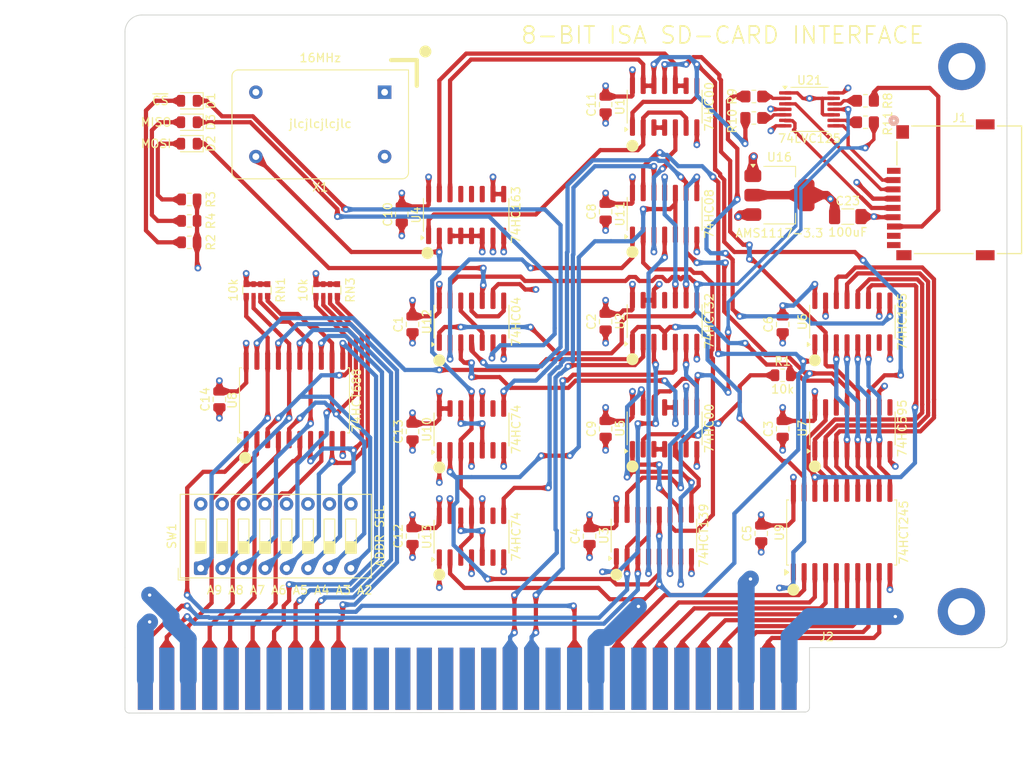
<source format=kicad_pcb>
(kicad_pcb (version 20241229) (generator "pcbnew") (generator_version "9.0")
  (title_block (title "ISA SD CARD") (date "2024-05-26") (rev "rev6"))
  (layers (0 "F.Cu" signal) (4 "In1.Cu" signal) (6 "In2.Cu" signal) (2 "B.Cu" signal) (13 "F.Paste" user) (15 "B.Paste" user) (5 "F.SilkS" user "F.Silkscreen") (7 "B.SilkS" user "B.Silkscreen") (1 "F.Mask" user) (3 "B.Mask" user) (25 "Edge.Cuts" user))
  (net 0 "")
  (net 1 "GND")
  (net 2 "VCC")
  (net 7 "CLK")
  (net 8 "~{CS}")
  (net 9 "MISO")
  (net 10 "MOSI")
  (net 22 "CLKSTOP")
  (net 23 "~{CLKSTOP}")
  (net 24 "~{CLK}")
  (net 34 "16MHz")
  (net 39 "A1")
  (net 43 "A2")
  (net 44 "~{PORTSEL}")
  (net 48 "A0")
  (net 50 "~{CLKSTART}")
  (net 52 "Net-(R1-Pad1)")
  (net 53 "~{SDOUT_SET}")
  (net 54 "~{SDOUT_RESET}")
  (net 55 "~{SER_RD}")
  (net 56 "~{SDCS_SET}")
  (net 57 "~{SDCS_RESET}")
  (net 58 "~{SER_WR}")
  (net 59 "D7")
  (net 60 "D4")
  (net 61 "D3")
  (net 62 "D5")
  (net 63 "D0")
  (net 64 "D1")
  (net 65 "D2")
  (net 66 "D6")
  (net 67 "CS")
  (net 68 "A4")
  (net 69 "A5")
  (net 70 "A9")
  (net 71 "A7")
  (net 72 "A6")
  (net 73 "A8")
  (net 74 "AEN")
  (net 75 "A3")
  (net 77 "Net-(U4-~{MR})")
  (net 78 "Net-(U1-Pad3)")
  (net 79 "Net-(U3B-E)")
  (net 81 "Net-(U3A-E)")
  (net 82 "Net-(U13B-~{Q})")
  (net 83 "~{WR}")
  (net 84 "~{RD}")
  (net 85 "Net-(D1-A)")
  (net 89 "Net-(U5-Pad3)")
  (net 92 "DB3")
  (net 93 "DB2")
  (net 94 "DB1")
  (net 95 "DB5")
  (net 96 "DB0")
  (net 97 "DB6")
  (net 98 "DB4")
  (net 99 "DB7")
  (net 100 "Net-(D2-K)")
  (net 101 "Net-(D3-K)")
  (net 102 "~{RQ_SER_RD}")
  (net 103 "~{SER_RD_AND_PULSE}")
  (net 104 "~{PULSE}")
  (net 106 "Net-(U10B-~{Q})")
  (net 107 "Net-(U10A-Q)")
  (net 109 "Net-(U11-Pad8)")
  (net 110 "Net-(U11-Pad11)")
  (net 111 "Net-(U12-Pad1)")
  (net 112 "Net-(U12-Pad12)")
  (net 113 "Net-(U12-Pad11)")
  (net 114 "Net-(U11-Pad1)")
  (net 116 "Net-(U13A-Q)")
  (net 118 "Net-(D1-K)")
  (net 119 "Net-(D2-A)")
  (net 120 "Net-(D3-A)")
  (net 121 "Net-(RN1D-R4.2)")
  (net 122 "Net-(RN1C-R3.2)")
  (net 123 "Net-(RN1A-R1.2)")
  (net 124 "Net-(RN1B-R2.2)")
  (net 125 "Net-(RN3A-R1.2)")
  (net 126 "Net-(RN3D-R4.2)")
  (net 127 "Net-(RN3B-R2.2)")
  (net 128 "Net-(RN3C-R3.2)")
  (net 129 "+3V3")
  (net 130 "CS_LLS")
  (net 131 "SCK_LLS")
  (net 135 "DI_LLS")
  (net 136 "D0_LLS")
  (net 137 "Net-(R8-Pad2)")
  (net 138 "Net-(R9-Pad2)")
  (net 139 "Net-(R10-Pad2)")
  (net 140 "Net-(R11-Pad2)")
  (footprint "Capacitor_SMD:C_0805_2012Metric" (layer "F.Cu") (at 110.725 74.215 90)
    (property "Reference" "C1")
    (property "Value" "0.1uF")
  )
  (footprint "Package_SO:SOIC-16_3.9x9.9mm_P1.27mm" (layer "F.Cu") (at 162.795 86.535 90)
    (property "Reference" "U7")
    (property "Value" "74HC595")
  )
  (footprint "Button_Switch_THT:SW_DIP_SPSTx08_Slide_9.78x22.5mm_W7.62mm_P2.54mm" (layer "F.Cu") (at 85.6525 103.11 90)
    (property "Reference" "SW1")
    (property "Value" "ADDR SEL")
  )
  (footprint "Capacitor_SMD:C_0805_2012Metric" (layer "F.Cu") (at 109.455 61.2 -90)
    (property "Reference" "C10")
    (property "Value" "100n")
  )
  (footprint "Resistor_SMD:R_0805_2012Metric_Pad1.20x1.40mm_HandSolder" (layer "F.Cu") (at 151.127 49.77)
    (property "Reference" "R10")
    (property "Value" "3.3k")
  )
  (footprint "Capacitor_SMD:C_0805_2012Metric" (layer "F.Cu") (at 110.725 86.915 90)
    (property "Reference" "C13")
    (property "Value" "0.1uF")
  )
  (footprint "Capacitor_SMD:C_0805_2012Metric" (layer "F.Cu") (at 133.585 60.88 90)
    (property "Reference" "C8")
    (property "Value" "0.1uF")
  )
  (footprint "components:ISA_CARD_EDGE_CONNECTOR_8BIT_Rev1" (layer "F.Cu") (at 155.302 120.128)
    (property "Reference" "J2")
    (property "Value" "Bus_ISA_8bit_AB_Rev0")
  )
  (footprint "LED_SMD:LED_0805_2012Metric" (layer "F.Cu") (at 84.2605 50.278 180)
    (property "Reference" "D3")
    (property "Value" "MISO")
  )
  (footprint "Oscillator:Oscillator_DIP-14" (layer "F.Cu") (at 107.423 46.722 180)
    (property "Reference" "X1")
    (property "Value" "16MHz")
  )
  (footprint "Capacitor_SMD:C_0805_2012Metric" (layer "F.Cu") (at 154.54 74.22 90)
    (property "Reference" "C6")
    (property "Value" "0.1uF")
  )
  (footprint "LED_SMD:LED_0805_2012Metric" (layer "F.Cu") (at 84.2605 52.818 180)
    (property "Reference" "D2")
    (property "Value" "MOSI")
  )
  (footprint "Resistor_SMD:R_0805_2012Metric" (layer "F.Cu") (at 84.309 61.962)
    (property "Reference" "R4")
    (property "Value" "180")
  )
  (footprint "Resistor_SMD:R_Array_Convex_4x0612" (layer "F.Cu") (at 100.565 70.155 -90)
    (property "Reference" "RN3")
    (property "Value" "10k")
  )
  (footprint "Capacitor_SMD:C_0805_2012Metric" (layer "F.Cu") (at 133.585 48.18 90)
    (property "Reference" "C11")
    (property "Value" "0.1uF")
  )
  (footprint "Resistor_SMD:R_0805_2012Metric" (layer "F.Cu") (at 154.54 80.25)
    (property "Reference" "R1")
    (property "Value" "10k")
  )
  (footprint "Resistor_SMD:R_0805_2012Metric_Pad1.20x1.40mm_HandSolder" (layer "F.Cu") (at 151.127 47.23)
    (property "Reference" "R9")
    (property "Value" "3.3k")
  )
  (footprint "Capacitor_SMD:C_0805_2012Metric" (layer "F.Cu") (at 87.865 83.105 90)
    (property "Reference" "C14")
    (property "Value" "0.1uF")
  )
  (footprint "Capacitor_SMD:C_0805_2012Metric" (layer "F.Cu") (at 133.585 73.9 90)
    (property "Reference" "C2")
    (property "Value" "0.1uF")
  )
  (footprint "Capacitor_SMD:C_0805_2012Metric" (layer "F.Cu") (at 110.725 99.3 90)
    (property "Reference" "C12")
    (property "Value" "0.1uF")
  )
  (footprint "Resistor_SMD:R_Array_Convex_4x0612" (layer "F.Cu") (at 92.31 70.155 -90)
    (property "Reference" "RN1")
    (property "Value" "10k")
  )
  (footprint "Package_SO:TSSOP-14_4.4x5mm_P0.65mm" (layer "F.Cu") (at 157.715 48.754)
    (property "Reference" "U21")
    (property "Value" "74LVC125")
  )
  (footprint "Package_SO:SOIC-14_3.9x8.7mm_P1.27mm" (layer "F.Cu") (at 140.57 61.135 90)
    (property "Reference" "U11")
    (property "Value" "74HC08")
  )
  (footprint "Capacitor_SMD:C_0805_2012Metric" (layer "F.Cu") (at 154.54 86.6 90)
    (property "Reference" "C3")
    (property "Value" "0.1uF")
  )
  (footprint "MountingHole:MountingHole_3.2mm_M3_DIN965_Pad_TopBottom" (layer "F.Cu") (at 175.6982 108.2408)
    (property "Reference" "H2")
    (property "Value" "MountingHole_Pad")
  )
  (footprint "Package_SO:SOIC-20W_7.5x12.8mm_P1.27mm" (layer "F.Cu") (at 96.755 83.22 90)
    (property "Reference" "U8")
    (property "Value" "74HCT688")
  )
  (footprint "Capacitor_SMD:C_0805_2012Metric" (layer "F.Cu") (at 131.68 99.3 90)
    (property "Reference" "C4")
    (property "Value" "0.1uF")
  )
  (footprint "Resistor_SMD:R_0805_2012Metric_Pad1.20x1.40mm_HandSolder" (layer "F.Cu") (at 164.335 47.738 180)
    (property "Reference" "R8")
    (property "Value" "3.3k")
  )
  (footprint "Package_SO:SOIC-14_3.9x8.7mm_P1.27mm" (layer "F.Cu") (at 140.57 48.435 90)
    (property "Reference" "U1")
    (property "Value" "74HC00")
  )
  (footprint "MountingHole:MountingHole_3.2mm_M3_DIN965_Pad_TopBottom" (layer "F.Cu") (at 175.749 43.674)
    (property "Reference" "H1")
    (property "Value" "MountingHole_Pad")
  )
  (footprint "Capacitor_SMD:C_0805_2012Metric" (layer "F.Cu") (at 152 98.98 90)
    (property "Reference" "C5")
    (property "Value" "0.1uF")
  )
  (footprint "Resistor_SMD:R_0805_2012Metric" (layer "F.Cu") (at 84.309 64.502)
    (property "Reference" "R2")
    (property "Value" "180")
  )
  (footprint "Resistor_SMD:R_0805_2012Metric_Pad1.20x1.40mm_HandSolder" (layer "F.Cu") (at 164.335 50.278 180)
    (property "Reference" "R11")
    (property "Value" "3.3k")
  )
  (footprint "Package_SO:SOIC-16_3.9x9.9mm_P1.27mm" (layer "F.Cu") (at 162.795 73.9 90)
    (property "Reference" "U6")
    (property "Value" "74HC165")
  )
  (footprint "Capacitor_SMD:C_1206_3216Metric_Pad1.33x1.80mm_HandSolder" (layer "F.Cu") (at 162.2485 61.454)
    (property "Reference" "C23")
    (property "Value" "100uF")
  )
  (footprint "Resistor_SMD:R_0805_2012Metric" (layer "F.Cu") (at 84.309 59.422)
    (property "Reference" "R3")
    (property "Value" "180")
  )
  (footprint "components:CONN9_MSD-1_CUD" (layer "F.Cu") (at 175.441304 58.279098 90)
    (property "Reference" "J1")
    (property "Value" "Micro_SD_Card_Det1")
  )
  (footprint "Capacitor_SMD:C_0805_2012Metric" (layer "F.Cu") (at 133.585 86.6 90)
    (property "Reference" "C9")
    (property "Value" "0.1uF")
  )
  (footprint "Package_SO:SOIC-14_3.9x8.7mm_P1.27mm" (layer "F.Cu") (at 140.57 86.535 90)
    (property "Reference" "U5")
    (property "Value" "74HC00")
  )
  (footprint "LED_SMD:LED_0805_2012Metric" (layer "F.Cu") (at 84.2605 47.738 180)
    (property "Reference" "D1")
    (property "Value" "~{CS}")
  )
  (footprint "Package_TO_SOT_SMD:SOT-223-3_TabPin2" (layer "F.Cu") (at 154.159 58.914)
    (property "Reference" "U16")
    (property "Value" "AMS1117-3.3")
  )
  (footprint "Package_SO:SOIC-20W_7.5x12.8mm_P1.27mm" (layer "F.Cu") (at 161.525 98.87 90)
    (property "Reference" "U9")
    (property "Value" "74HCT245")
  )
  (footprint "Package_SO:SOIC-16_3.9x9.9mm_P1.27mm" (layer "F.Cu") (at 117.075 61.265 90)
    (property "Reference" "U4")
    (property "Value" "74HC163")
  )
  (footprint "Package_SO:SOIC-14_3.9x8.7mm_P1.27mm" (layer "F.Cu") (at 140.57 73.835 90)
    (property "Reference" "U2")
    (property "Value" "74HCT32")
  )
  (footprint "Package_SO:SOIC-14_3.9x8.7mm_P1.27mm" (layer "F.Cu") (at 117.71 99.365 90)
    (property "Reference" "U13")
    (property "Value" "74HC74")
  )
  (footprint "Package_SO:SOIC-16_3.9x9.9mm_P1.27mm" (layer "F.Cu") (at 139.3 99.235 90)
    (property "Reference" "U3")
    (property "Value" "74HCT139")
  )
  (footprint "Package_SO:SOIC-14_3.9x8.7mm_P1.27mm" (layer "F.Cu") (at 117.71 86.665 90)
    (property "Reference" "U10")
    (property "Value" "74HC74")
  )
  (footprint "Package_SO:SOIC-14_3.9x8.7mm_P1.27mm" (layer "F.Cu") (at 117.71 73.9 90)
    (property "Reference" "U12")
    (property "Value" "74HC04")
  )
  (gr_circle (center 112.503 65.772) (end 112.503 66.407) (stroke (width 0.15)) (fill yes) (layer "F.SilkS"))
  (gr_line (start 108.185 42.912) (end 111.233 42.912) (stroke (width 0.5)) (layer "F.SilkS"))
  (gr_circle (center 134.855 103.872) (end 134.855 104.507) (stroke (width 0.15)) (fill yes) (layer "F.SilkS"))
  (gr_circle (center 136.76 53.072) (end 136.76 53.707) (stroke (width 0.15)) (fill yes) (layer "F.SilkS"))
  (gr_line (start 111.233 42.912) (end 111.233 45.96) (stroke (width 0.5)) (layer "F.SilkS"))
  (gr_circle (center 158.35 78.472) (end 158.35 79.107) (stroke (width 0.15)) (fill yes) (layer "F.SilkS"))
  (gr_circle (center 155.81 105.65) (end 155.81 106.285) (stroke (width 0.15)) (fill yes) (layer "F.SilkS"))
  (gr_circle (center 113.9 91.172) (end 113.9 91.807) (stroke (width 0.15)) (fill yes) (layer "F.SilkS"))
  (gr_circle (center 113.9 78.472) (end 113.9 79.107) (stroke (width 0.15)) (fill yes) (layer "F.SilkS"))
  (gr_circle (center 136.76 91.045) (end 136.76 91.68) (stroke (width 0.15)) (fill yes) (layer "F.SilkS"))
  (gr_circle (center 158.35 91.045) (end 158.35 91.68) (stroke (width 0.15)) (fill yes) (layer "F.SilkS"))
  (gr_circle (center 90.913 90.029) (end 90.913 90.664) (stroke (width 0.15)) (fill yes) (layer "F.SilkS"))
  (gr_circle (center 112.249 41.896) (end 112.249 42.531) (stroke (width 0.15)) (fill yes) (layer "F.SilkS"))
  (gr_circle (center 113.9 103.872) (end 113.9 104.507) (stroke (width 0.15)) (fill yes) (layer "F.SilkS"))
  (gr_circle (center 136.76 65.645) (end 136.76 66.28) (stroke (width 0.15)) (fill yes) (layer "F.SilkS"))
  (gr_circle (center 136.76 78.345) (end 136.76 78.98) (stroke (width 0.15)) (fill yes) (layer "F.SilkS"))
  (gr_line (start 181.083 111.508) (end 181.083 49.77) (stroke (width 0.1)) (layer "Edge.Cuts"))
  (gr_line (start 78.689 37.578) (end 180.083 37.578) (stroke (width 0.1)) (layer "Edge.Cuts"))
  (gr_line (start 76.689 112.508) (end 76.689 39.578) (stroke (width 0.1)) (layer "Edge.Cuts"))
  (gr_arc (start 181.083 111.508) (mid 180.790107 112.215107) (end 180.083 112.508) (stroke (width 0.1)) (layer "Edge.Cuts"))
  (gr_line (start 157.215784 120.128782) (end 77.189784 120.254215) (stroke (width 0.1)) (layer "Edge.Cuts"))
  (gr_line (start 157.715 119.628783) (end 157.715 112.508) (stroke (width 0.1)) (layer "Edge.Cuts"))
  (gr_arc (start 180.083 37.578) (mid 180.790107 37.870893) (end 181.083 38.578) (stroke (width 0.1)) (layer "Edge.Cuts"))
  (gr_line (start 181.083 48.23) (end 181.083 49.77) (stroke (width 0.1)) (layer "Edge.Cuts"))
  (gr_arc (start 76.689 39.578) (mid 77.274786 38.163786) (end 78.689 37.578) (stroke (width 0.1)) (layer "Edge.Cuts"))
  (gr_line (start 181.083 48.23) (end 181.083 38.578) (stroke (width 0.1)) (layer "Edge.Cuts"))
  (gr_arc (start 77.189784 120.254215) (mid 76.835719 120.108047) (end 76.689 119.754216) (stroke (width 0.1)) (layer "Edge.Cuts"))
  (gr_line (start 76.689 119.754216) (end 76.689 112.508) (stroke (width 0.1)) (layer "Edge.Cuts"))
  (gr_line (start 157.715 112.508) (end 180.083 112.508) (stroke (width 0.1)) (layer "Edge.Cuts"))
  (gr_arc (start 157.715 119.628783) (mid 157.56883 119.982059) (end 157.215784 120.128782) (stroke (width 0.1)) (layer "Edge.Cuts"))
  (gr_text "8-BIT ISA SD-CARD INTERFACE" (at 123.425 41.134 0) (layer "F.SilkS") (effects (font (size 2 2) (thickness 0.2)) (justify left bottom)))
  (gr_text "A2" (at 104.0675 106.285 0) (layer "F.SilkS") (effects (font (size 1 1)) (justify left bottom)))
  (gr_text "A9" (at 86.2875 106.285 0) (layer "F.SilkS") (effects (font (size 1 1)) (justify left bottom)))
  (gr_text "A4" (at 98.9875 106.285 0) (layer "F.SilkS") (effects (font (size 1 1)) (justify left bottom)))
  (gr_text "A3" (at 101.5275 106.285 0) (layer "F.SilkS") (effects (font (size 1 1)) (justify left bottom)))
  (gr_text "jlcjlcjlcjlc" (at 95.993 51.04 0) (layer "F.SilkS") (effects (font (size 1 1)) (justify left bottom)))
  (gr_text "A8" (at 88.8275 106.285 0) (layer "F.SilkS") (effects (font (size 1 1)) (justify left bottom)))
  (gr_text "A6" (at 93.9075 106.285 0) (layer "F.SilkS") (effects (font (size 1 1)) (justify left bottom)))
  (gr_text "A5" (at 96.4475 106.285 0) (layer "F.SilkS") (effects (font (size 1 1)) (justify left bottom)))
  (gr_text "A7" (at 91.3675 106.285 0) (layer "F.SilkS") (effects (font (size 1 1)) (justify left bottom)))
  (segment (start 144.38 76.31) (end 144.38 78.345) (width 0.5) (layer "F.Cu") (net 1))
  (segment (start 133.585 61.83) (end 133.585 63.105) (width 0.5) (layer "F.Cu") (net 1))
  (segment (start 118.98 63.74) (end 115.17 63.74) (width 0.5) (layer "F.Cu") (net 1))
  (segment (start 159.239 47.454) (end 160.5775 47.454) (width 0.4) (layer "F.Cu") (net 1))
  (segment (start 99.295 69.455) (end 101.835 69.455) (width 0.5) (layer "F.Cu") (net 1))
  (segment (start 153.163574 48.754) (end 153.116485 48.706911) (width 0.4) (layer "F.Cu") (net 1))
  (segment (start 154.54 75.17) (end 154.54 76.44) (width 0.5) (layer "F.Cu") (net 1))
  (segment (start 121.52 101.84) (end 121.52 103.53) (width 0.5) (layer "F.Cu") (net 1))
  (segment (start 159.62 71.425) (end 159.62 73.265) (width 0.5) (layer "F.Cu") (net 1))
  (segment (start 167.24 103.52) (end 167.24 105.65) (width 0.5) (layer "F.Cu") (net 1))
  (segment (start 163.811 61.454) (end 165.335 61.454) (width 0.4) (layer "F.Cu") (net 1))
  (segment (start 165.410107 61.529107) (end 165.335 61.454) (width 0.5) (layer "F.Cu") (net 1))
  (segment (start 159.381 49.404) (end 159.239 49.262) (width 0.4) (layer "F.Cu") (net 1))
  (segment (start 152 99.93) (end 152 101.205) (width 0.5) (layer "F.Cu") (net 1))
  (segment (start 167.689605 61.529107) (end 165.410107 61.529107) (width 0.5) (layer "F.Cu") (net 1))
  (segment (start 91.04 69.455) (end 91.04 68.185) (width 0.5) (layer "F.Cu") (net 1))
  (segment (start 87.865 84.055) (end 87.865 85.33) (width 0.5) (layer "F.Cu") (net 1))
  (segment (start 121.52 76.375) (end 121.52 78.345) (width 0.5) (layer "F.Cu") (net 1))
  (segment (start 167.24 76.375) (end 167.24 78.345) (width 0.5) (layer "F.Cu") (net 1))
  (segment (start 109.455 62.15) (end 109.455 63.74) (width 0.5) (layer "F.Cu") (net 1))
  (segment (start 167.24 89.01) (end 167.24 90.41) (width 0.5) (layer "F.Cu") (net 1))
  (segment (start 133.585 49.13) (end 133.585 50.405) (width 0.5) (layer "F.Cu") (net 1))
  (segment (start 159.239 49.262) (end 159.239 47.454) (width 0.4) (layer "F.Cu") (net 1))
  (segment (start 118.98 63.74) (end 118.98 65.645) (width 0.5) (layer "F.Cu") (net 1))
  (segment (start 154.8525 48.754) (end 153.163574 48.754) (width 0.4) (layer "F.Cu") (net 1))
  (segment (start 110.725 100.25) (end 110.725 101.84) (width 0.5) (layer "F.Cu") (net 1))
  (segment (start 151.009 56.614) (end 151.009 54.444) (width 1) (layer "F.Cu") (net 1))
  (segment (start 156.273 46.804) (end 156.923 47.454) (width 0.4) (layer "F.Cu") (net 1))
  (segment (start 133.585 87.55) (end 133.585 89.14) (width 0.5) (layer "F.Cu") (net 1))
  (segment (start 133.585 74.85) (end 133.585 76.44) (width 0.5) (layer "F.Cu") (net 1))
  (segment (start 121.52 89.14) (end 121.52 91.045) (width 0.5) (layer "F.Cu") (net 1))
  (segment (start 110.725 87.865) (end 110.725 89.14) (width 0.5) (layer "F.Cu") (net 1))
  (segment (start 154.8525 50.704) (end 153.733 50.704) (width 0.4) (layer "F.Cu") (net 1))
  (segment (start 153.733 50.704) (end 153.143 51.294) (width 0.4) (layer "F.Cu") (net 1))
  (segment (start 99.295 69.455) (end 99.295 68.185) (width 0.5) (layer "F.Cu") (net 1))
  (segment (start 156.923 47.454) (end 157.715 47.454) (width 0.4) (layer "F.Cu") (net 1))
  (segment (start 102.47 87.87) (end 102.47 89.775) (width 0.5) (layer "F.Cu") (net 1))
  (segment (start 139.3 71.36) (end 139.3 70.09) (width 0.5) (layer "F.Cu") (net 1))
  (segment (start 121.52 63.74) (end 121.52 65.645) (width 0.5) (layer "F.Cu") (net 1))
  (segment (start 144.38 89.01) (end 144.38 91.045) (width 0.5) (layer "F.Cu") (net 1))
  (segment (start 110.725 75.165) (end 110.725 76.44) (width 0.5) (layer "F.Cu") (net 1))
  (segment (start 144.38 63.61) (end 144.38 65.645) (width 0.5) (layer "F.Cu") (net 1))
  (segment (start 151.009 54.444) (end 151.111 54.342) (width 1) (layer "F.Cu") (net 1))
  (segment (start 157.715 47.454) (end 159.239 47.454) (width 0.4) (layer "F.Cu") (net 1))
  (segment (start 144.38 50.91) (end 144.38 52.945) (width 0.5) (layer "F.Cu") (net 1))
  (segment (start 154.8525 46.804) (end 156.273 46.804) (width 0.4) (layer "F.Cu") (net 1))
  (segment (start 91.04 69.455) (end 93.58 69.455) (width 0.5) (layer "F.Cu") (net 1))
  (segment (start 139.3 70.09) (end 139.935 69.455) (width 0.5) (layer "F.Cu") (net 1))
  (segment (start 143.745 101.71) (end 143.745 103.745) (width 0.5) (layer "F.Cu") (net 1))
  (segment (start 131.68 100.25) (end 131.68 101.84) (width 0.5) (layer "F.Cu") (net 1))
  (segment (start 154.54 87.55) (end 154.54 89.14) (width 0.5) (layer "F.Cu") (net 1))
  (segment (start 160.5775 49.404) (end 159.381 49.404) (width 0.4) (layer "F.Cu") (net 1))
  (segment (start 167.24 90.41) (end 167.875 91.045) (width 0.5) (layer "F.Cu") (net 1))
  (segment (start 138.03 71.36) (end 139.3 71.36) (width 0.5) (layer "F.Cu") (net 1))
  (via (at 144.38 91.045) (size 0.8) (drill 0.4) (layers "F.Cu" "B.Cu") (net 1))
  (via (at 133.585 89.14) (size 0.8) (drill 0.4) (layers "F.Cu" "B.Cu") (net 1))
  (via (at 165.335 61.454) (size 0.8) (drill 0.4) (layers "F.Cu" "B.Cu") (net 1))
  (via (at 109.455 63.74) (size 0.8) (drill 0.4) (layers "F.Cu" "B.Cu") (net 1))
  (via (at 151.111 54.342) (size 0.8) (drill 0.4) (layers "F.Cu" "B.Cu") (net 1))
  (via (at 167.875 91.045) (size 0.8) (drill 0.4) (layers "F.Cu" "B.Cu") (net 1))
  (via (at 102.47 89.775) (size 0.8) (drill 0.4) (layers "F.Cu" "B.Cu") (net 1))
  (via (at 133.585 76.44) (size 0.8) (drill 0.4) (layers "F.Cu" "B.Cu") (net 1))
  (via (at 157.715 47.454) (size 0.8) (drill 0.4) (layers "F.Cu" "B.Cu") (net 1))
  (via (at 99.295 68.185) (size 0.8) (drill 0.4) (layers "F.Cu" "B.Cu") (net 1))
  (via (at 133.585 50.405) (size 0.8) (drill 0.4) (layers "F.Cu" "B.Cu") (net 1))
  (via (at 167.875 108.825) (size 0.8) (drill 0.4) (layers "F.Cu" "B.Cu") (net 1))
  (via (at 79.61 109.46) (size 0.8) (drill 0.4) (layers "F.Cu" "B.Cu") (net 1))
  (via (at 144.38 65.645) (size 0.8) (drill 0.4) (layers "F.Cu" "B.Cu") (net 1))
  (via (at 152 101.205) (size 0.8) (drill 0.4) (layers "F.Cu" "B.Cu") (net 1))
  (via (at 144.38 78.345) (size 0.8) (drill 0.4) (layers "F.Cu" "B.Cu") (net 1))
  (via (at 131.68 101.84) (size 0.8) (drill 0.4) (layers "F.Cu" "B.Cu") (net 1))
  (via (at 110.725 76.44) (size 0.8) (drill 0.4) (layers "F.Cu" "B.Cu") (net 1))
  (via (at 159.62 73.265) (size 0.8) (drill 0.4) (layers "F.Cu" "B.Cu") (net 1))
  (via (at 167.24 105.65) (size 0.8) (drill 0.4) (layers "F.Cu" "B.Cu") (net 1))
  (via (at 153.116485 48.706911) (size 0.8) (drill 0.4) (layers "F.Cu" "B.Cu") (net 1))
  (via (at 154.54 76.44) (size 0.8) (drill 0.4) (layers "F.Cu" "B.Cu") (net 1))
  (via (at 87.865 85.33) (size 0.8) (drill 0.4) (layers "F.Cu" "B.Cu") (net 1))
  (via (at 121.52 103.53) (size 0.8) (drill 0.4) (layers "F.Cu" "B.Cu") (net 1))
  (via (at 121.52 65.645) (size 0.8) (drill 0.4) (layers "F.Cu" "B.Cu") (net 1))
  (via (at 110.725 89.14) (size 0.8) (drill 0.4) (layers "F.Cu" "B.Cu") (net 1))
  (via (at 121.52 78.345) (size 0.8) (drill 0.4) (layers "F.Cu" "B.Cu") (net 1))
  (via (at 143.745 103.745) (size 0.8) (drill 0.4) (layers "F.Cu" "B.Cu") (net 1))
  (via (at 110.725 101.84) (size 0.8) (drill 0.4) (layers "F.Cu" "B.Cu") (net 1))
  (via (at 137.468512 107.628512) (size 0.8) (drill 0.4) (layers "F.Cu" "B.Cu") (net 1))
  (via (at 144.38 52.945) (size 0.8) (drill 0.4) (layers "F.Cu" "B.Cu") (net 1))
  (via (at 91.04 68.185) (size 0.8) (drill 0.4) (layers "F.Cu" "B.Cu") (net 1))
  (via (at 153.143 51.294) (size 0.8) (drill 0.4) (layers "F.Cu" "B.Cu") (net 1))
  (via (at 118.98 65.645) (size 0.8) (drill 0.4) (layers "F.Cu" "B.Cu") (net 1))
  (via (at 133.585 63.105) (size 0.8) (drill 0.4) (layers "F.Cu" "B.Cu") (net 1))
  (via (at 154.54 89.14) (size 0.8) (drill 0.4) (layers "F.Cu" "B.Cu") (net 1))
  (via (at 121.52 91.045) (size 0.8) (drill 0.4) (layers "F.Cu" "B.Cu") (net 1))
  (via (at 139.935 69.455) (size 0.8) (drill 0.4) (layers "F.Cu" "B.Cu") (net 1))
  (via (at 167.24 78.345) (size 0.8) (drill 0.4) (layers "F.Cu" "B.Cu") (net 1))
  (segment (start 132.442 111.756) (end 132.891 111.307) (width 2) (layer "B.Cu") (net 1))
  (segment (start 79.102 116.318) (end 79.102 109.968) (width 2) (layer "B.Cu") (net 1))
  (segment (start 132.891 111.307) (end 133.790024 111.307) (width 2) (layer "B.Cu") (net 1))
  (segment (start 155.302 116.318) (end 155.302 111.18442) (width 2) (layer "B.Cu") (net 1))
  (segment (start 155.302 111.18442) (end 157.66142 108.825) (width 2) (layer "B.Cu") (net 1))
  (segment (start 133.790024 111.307) (end 137.468512 107.628512) (width 2) (layer "B.Cu") (net 1))
  (segment (start 79.102 109.968) (end 79.61 109.46) (width 2) (layer "B.Cu") (net 1))
  (segment (start 132.442 116.318) (end 132.442 111.756) (width 2) (layer "B.Cu") (net 1))
  (segment (start 157.66142 108.825) (end 167.875 108.825) (width 2) (layer "B.Cu") (net 1))
  (segment (start 136.76 58.66) (end 136.76 56.755) (width 0.5) (layer "F.Cu") (net 2))
  (segment (start 155.81 94.22) (end 155.81 92.315) (width 0.5) (layer "F.Cu") (net 2))
  (segment (start 155.81 97.395) (end 155.81 94.22) (width 0.5) (layer "F.Cu") (net 2))
  (segment (start 109.455 60.25) (end 109.455 58.66) (width 0.5) (layer "F.Cu") (net 2))
  (segment (start 154.54 73.27) (end 154.54 71.995) (width 0.5) (layer "F.Cu") (net 2))
  (segment (start 136.76 45.96) (end 136.76 44.055) (width 0.5) (layer "F.Cu") (net 2))
  (segment (start 158.157 85.65) (end 158.35 85.457) (width 0.5) (layer "F.Cu") (net 2))
  (segment (start 113.9 85.457) (end 113.9 84.19) (width 0.5) (layer "F.Cu") (net 2))
  (segment (start 134.855 96.76) (end 134.855 94.855) (width 0.5) (layer "F.Cu") (net 2))
  (segment (start 120.25 63.74) (end 120.25 65.645) (width 0.5) (layer "F.Cu") (net 2))
  (segment (start 136.633 72.564) (end 136.76 72.437) (width 0.5) (layer "F.Cu") (net 2))
  (segment (start 120.25 58.79) (end 121.52 58.79) (width 0.5) (layer "F.Cu") (net 2))
  (segment (start 155.175 98.03) (end 155.81 97.395) (width 0.5) (layer "F.Cu") (net 2))
  (segment (start 110.725 85.965) (end 110.725 84.695) (width 0.5) (layer "F.Cu") (net 2))
  (segment (start 158.35 84.06) (end 158.35 82.155) (width 0.5) (layer "F.Cu") (net 2))
  (segment (start 91.04 81.139) (end 91.04 78.57) (width 0.5) (layer "F.Cu") (net 2))
  (segment (start 165.97 82.155) (end 166.605 81.52) (width 0.5) (layer "F.Cu") (net 2))
  (segment (start 113.9 101.84) (end 113.9 105.396) (width 0.5) (layer "F.Cu") (net 2))
  (segment (start 136.313 85.65) (end 136.76 85.203) (width 0.5) (layer "F.Cu") (net 2))
  (segment (start 117.71 89.14) (end 117.71 91.045) (width 0.5) (layer "F.Cu") (net 2))
  (segment (start 113.392 73.265) (end 113.9 72.757) (width 0.5) (layer "F.Cu") (net 2))
  (segment (start 118.98 96.89) (end 118.98 94.855) (width 0.5) (layer "F.Cu") (net 2))
  (segment (start 158.35 85.457) (end 158.35 84.06) (width 0.5) (layer "F.Cu") (net 2))
  (segment (start 85.2215 64.502) (end 85.2215 67.4465) (width 0.5) (layer "F.Cu") (net 2))
  (segment (start 134.535 98.35) (end 134.855 98.03) (width 0.5) (layer "F.Cu") (net 2))
  (segment (start 136.76 84.06) (end 136.76 82.155) (width 0.5) (layer "F.Cu") (net 2))
  (segment (start 158.35 71.425) (end 158.35 69.455) (width 0.5) (layer "F.Cu") (net 2))
  (segment (start 113.9 72.757) (end 113.9 71.425) (width 0.5) (layer "F.Cu") (net 2))
  (segment (start 151.009 61.214) (end 149.513 61.214) (width 1) (layer "F.Cu") (net 2))
  (segment (start 110.725 98.35) (end 110.725 96.76) (width 0.5) (layer "F.Cu") (net 2))
  (segment (start 112.63 58.79) (end 112.63 56.755) (width 0.5) (layer "F.Cu") (net 2))
  (segment (start 113.9 97.903) (end 113.9 96.89) (width 0.5) (layer "F.Cu") (net 2))
  (segment (start 136.633 59.93) (end 133.585 59.93) (width 0.5) (layer "F.Cu") (net 2))
  (segment (start 152 98.03) (end 152 96.76) (width 0.5) (layer "F.Cu") (net 2))
  (segment (start 136.76 59.803) (end 136.633 59.93) (width 0.5) (layer "F.Cu") (net 2))
  (segment (start 133.585 85.65) (end 133.585 84.06) (width 0.5) (layer "F.Cu") (net 2))
  (segment (start 120.25 58.79) (end 120.25 56.755) (width 0.5) (layer "F.Cu") (net 2))
  (segment (start 133.585 85.65) (end 136.313 85.65) (width 0.5) (layer "F.Cu") (net 2))
  (segment (start 133.585 72.95) (end 135.297 72.95) (width 0.5) (layer "F.Cu") (net 2))
  (segment (start 110.725 98.35) (end 113.453 98.35) (width 0.5) (layer "F.Cu") (net 2))
  (segment (start 115.17 96.89) (end 115.17 94.855) (width 0.5) (layer "F.Cu") (net 2))
  (segment (start 136.76 71.36) (end 136.76 69.455) (width 0.5) (layer "F.Cu") (net 2))
  (segment (start 113.9 84.19) (end 113.9 82.155) (width 0.5) (layer "F.Cu") (net 2))
  (segment (start 135.297 72.95) (end 135.683 72.564) (width 0.5) (layer "F.Cu") (net 2))
  (segment (start 136.633 47.23) (end 133.585 47.23) (width 0.5) (layer "F.Cu") (net 2))
  (segment (start 90.024 82.155) (end 91.04 81.139) (width 0.5) (layer "F.Cu") (net 2))
  (segment (start 109.455 60.25) (end 112.437 60.25) (width 0.5) (layer "F.Cu") (net 2))
  (segment (start 113.9 84.19) (end 115.17 84.19) (width 0.5) (layer "F.Cu") (net 2))
  (segment (start 113.9 96.89) (end 113.9 94.855) (width 0.5) (layer "F.Cu") (net 2))
  (segment (start 133.585 59.93) (end 133.585 58.66) (width 0.5) (layer "F.Cu") (net 2))
  (segment (start 154.54 85.65) (end 158.157 85.65) (width 0.5) (layer "F.Cu") (net 2))
  (segment (start 135.683 72.564) (end 136.633 72.564) (width 0.5) (layer "F.Cu") (net 2))
  (segment (start 154.54 85.65) (end 154.54 84.06) (width 0.5) (layer "F.Cu") (net 2))
  (segment (start 149.513 61.214) (end 149.273 61.454) (width 1) (layer "F.Cu") (net 2))
  (segment (start 110.725 73.265) (end 113.392 73.265) (width 0.5) (layer "F.Cu") (net 2))
  (segment (start 165.97 71.425) (end 165.97 73.265) (width 0.5) (layer "F.Cu") (net 2))
  (segment (start 113.453 98.35) (end 113.9 97.903) (width 0.5) (layer "F.Cu") (net 2))
  (segment (start 136.76 45.96) (end 136.76 47.103) (width 0.5) (layer "F.Cu") (net 2))
  (segment (start 112.63 60.057) (end 112.63 58.79) (width 0.5) (layer "F.Cu") (net 2))
  (segment (start 136.76 58.66) (end 136.76 59.803) (width 0.5) (layer "F.Cu") (net 2))
  (segment (start 134.855 98.03) (end 134.855 96.76) (width 0.5) (layer "F.Cu") (net 2))
  (segment (start 131.68 98.35) (end 134.535 98.35) (width 0.5) (layer "F.Cu") (net 2))
  (segment (start 87.865 82.155) (end 90.024 82.155) (width 0.5) (layer "F.Cu") (net 2))
  (segment (start 91.04 78.57) (end 91.04 76.44) (width 0.5) (layer "F.Cu") (net 2))
  (segment (start 136.76 72.437) (end 136.76 71.36) (width 0.5) (layer "F.Cu") (net 2))
  (segment (start 165.97 84.06) (end 165.97 82.155) (width 0.5) (layer "F.Cu") (net 2))
  (segment (start 118.98 84.19) (end 118.98 82.155) (width 0.5) (layer "F.Cu") (net 2))
  (segment (start 113.9 71.425) (end 113.9 69.455) (width 0.5) (layer "F.Cu") (net 2))
  (segment (start 87.865 82.155) (end 87.865 80.885) (width 0.5) (layer "F.Cu") (net 2))
  (segment (start 110.725 73.265) (end 110.725 71.36) (width 0.5) (layer "F.Cu") (net 2))
  (segment (start 113.9 89.14) (end 113.9 92.95) (width 0.5) (layer "F.Cu") (net 2))
  (segment (start 152 98.03) (end 155.175 98.03) (width 0.5) (layer "F.Cu") (net 2))
  (segment (start 112.437 60.25) (end 112.63 60.057) (width 0.5) (layer "F.Cu") (net 2))
  (segment (start 113.392 85.965) (end 113.9 85.457) (width 0.5) (layer "F.Cu") (net 2))
  (segment (start 131.68 98.35) (end 131.68 96.76) (width 0.5) (layer "F.Cu") (net 2))
  (segment (start 133.585 72.95) (end 133.585 71.36) (width 0.5) (layer "F.Cu") (net 2))
  (segment (start 117.71 101.84) (end 117.71 103.745) (width 0.5) (layer "F.Cu") (net 2))
  (segment (start 136.76 85.203) (end 136.76 84.06) (width 0.5) (layer "F.Cu") (net 2))
  (segment (start 133.585 47.23) (end 133.585 45.96) (width 0.5) (layer "F.Cu") (net 2))
  (segment (start 85.2215 59.422) (end 85.2215 64.502) (width 0.5) (layer "F.Cu") (net 2))
  (segment (start 110.725 85.965) (end 113.392 85.965) (width 0.5) (layer "F.Cu") (net 2))
  (segment (start 136.76 47.103) (end 136.633 47.23) (width 0.5) (layer "F.Cu") (net 2))
  (via (at 131.68 96.76) (size 0.8) (drill 0.4) (layers "F.Cu" "B.Cu") (net 2))
  (via (at 112.63 56.755) (size 0.8) (drill 0.4) (layers "F.Cu" "B.Cu") (net 2))
  (via (at 136.76 56.755) (size 0.8) (drill 0.4) (layers "F.Cu" "B.Cu") (net 2))
  (via (at 158.35 69.455) (size 0.8) (drill 0.4) (layers "F.Cu" "B.Cu") (net 2))
  (via (at 117.71 103.745) (size 0.8) (drill 0.4) (layers "F.Cu" "B.Cu") (net 2))
  (via (at 150.73 104.38) (size 0.8) (drill 0.4) (layers "F.Cu" "B.Cu") (net 2))
  (via (at 110.725 96.76) (size 0.8) (drill 0.4) (layers "F.Cu" "B.Cu") (net 2))
  (via (at 134.855 94.855) (size 0.8) (drill 0.4) (layers "F.Cu" "B.Cu") (net 2))
  (via (at 152 96.76) (size 0.8) (drill 0.4) (layers "F.Cu" "B.Cu") (net 2))
  (via (at 136.76 44.055) (size 0.8) (drill 0.4) (layers "F.Cu" "B.Cu") (net 2))
  (via (at 118.98 94.855) (size 0.8) (drill 0.4) (layers "F.Cu" "B.Cu") (net 2))
  (via (at 115.17 94.855) (size 0.8) (drill 0.4) (layers "F.Cu" "B.Cu") (net 2))
  (via (at 149.273 61.454) (size 0.8) (drill 0.4) (layers "F.Cu" "B.Cu") (net 2))
  (via (at 120.25 56.755) (size 0.8) (drill 0.4) (layers "F.Cu" "B.Cu") (net 2))
  (via (at 110.725 84.695) (size 0.8) (drill 0.4) (layers "F.Cu" "B.Cu") (net 2))
  (via (at 117.71 91.045) (size 0.8) (drill 0.4) (layers "F.Cu" "B.Cu") (net 2))
  (via (at 120.25 65.645) (size 0.8) (drill 0.4) (layers "F.Cu" "B.Cu") (net 2))
  (via (at 155.81 92.315) (size 0.8) (drill 0.4) (layers "F.Cu" "B.Cu") (net 2))
  (via (at 133.585 84.06) (size 0.8) (drill 0.4) (layers "F.Cu" "B.Cu") (net 2))
  (via (at 133.585 45.96) (size 0.8) (drill 0.4) (layers "F.Cu" "B.Cu") (net 2))
  (via (at 165.97 73.265) (size 0.8) (drill 0.4) (layers "F.Cu" "B.Cu") (net 2))
  (via (at 154.54 84.06) (size 0.8) (drill 0.4) (layers "F.Cu" "B.Cu") (net 2))
  (via (at 91.04 76.44) (size 0.8) (drill 0.4) (layers "F.Cu" "B.Cu") (net 2))
  (via (at 118.98 82.155) (size 0.8) (drill 0.4) (layers "F.Cu" "B.Cu") (net 2))
  (via (at 154.54 71.995) (size 0.8) (drill 0.4) (layers "F.Cu" "B.Cu") (net 2))
  (via (at 136.76 69.455) (size 0.8) (drill 0.4) (layers "F.Cu" "B.Cu") (net 2))
  (via (at 79.61 106.285) (size 0.8) (drill 0.4) (layers "F.Cu" "B.Cu") (net 2))
  (via (at 87.865 80.885) (size 0.8) (drill 0.4) (layers "F.Cu" "B.Cu") (net 2))
  (via (at 85.325 67.55) (size 0.8) (drill 0.4) (layers "F.Cu" "B.Cu") (net 2))
  (via (at 113.9 82.155) (size 0.8) (drill 0.4) (layers "F.Cu" "B.Cu") (net 2))
  (via (at 166.605 81.52) (size 0.8) (drill 0.4) (layers "F.Cu" "B.Cu") (net 2))
  (via (at 113.9 105.396) (size 0.8) (drill 0.4) (layers "F.Cu" "B.Cu") (net 2))
  (via (at 133.585 58.66) (size 0.8) (drill 0.4) (layers "F.Cu" "B.Cu") (net 2))
  (via (at 158.35 82.155) (size 0.8) (drill 0.4) (layers "F.Cu" "B.Cu") (net 2))
  (via (at 113.9 69.455) (size 0.8) (drill 0.4) (layers "F.Cu" "B.Cu") (net 2))
  (via (at 133.585 71.36) (size 0.8) (drill 0.4) (layers "F.Cu" "B.Cu") (net 2))
  (via (at 113.9 94.855) (size 0.8) (drill 0.4) (layers "F.Cu" "B.Cu") (net 2))
  (via (at 113.9 92.95) (size 0.8) (drill 0.4) (layers "F.Cu" "B.Cu") (net 2))
  (via (at 110.725 71.36) (size 0.8) (drill 0.4) (layers "F.Cu" "B.Cu") (net 2))
  (via (at 109.455 58.66) (size 0.8) (drill 0.4) (layers "F.Cu" "B.Cu") (net 2))
  (via (at 136.76 82.155) (size 0.8) (drill 0.4) (layers "F.Cu" "B.Cu") (net 2))
  (segment (start 150.222 116.318) (end 150.222 104.888) (width 2) (layer "B.Cu") (net 2))
  (segment (start 154.54 71.995) (end 155.81 71.995) (width 0.5) (layer "B.Cu") (net 2))
  (segment (start 82.785 110.095) (end 82.15 109.46) (width 2) (layer "B.Cu") (net 2))
  (segment (start 150.222 104.888) (end 150.73 104.38) (width 2) (layer "B.Cu") (net 2))
  (segment (start 155.81 71.995) (end 158.35 69.455) (width 0.5) (layer "B.Cu") (net 2))
  (segment (start 82.15 108.825) (end 79.61 106.285) (width 2) (layer "B.Cu") (net 2))
  (segment (start 84.182 116.318) (end 84.182 111.492) (width 2) (layer "B.Cu") (net 2))
  (segment (start 84.182 111.492) (end 82.785 110.095) (width 2) (layer "B.Cu") (net 2))
  (segment (start 82.15 109.46) (end 82.15 108.825) (width 2) (layer "B.Cu") (net 2))
  (segment (start 146.637496 55.904) (end 146.539 55.904) (width 0.5) (layer "F.Cu") (net 7))
  (segment (start 138.03 45.96) (end 139.3 45.96) (width 0.5) (layer "F.Cu") (net 7))
  (segment (start 146.539 55.904) (end 146.539 45.579) (width 0.5) (layer "F.Cu") (net 7))
  (segment (start 146.539 45.579) (end 144.38 43.42) (width 0.5) (layer "F.Cu") (net 7))
  (segment (start 117.644 42.851) (end 115.17 45.325) (width 0.5) (layer "F.Cu") (net 7))
  (segment (start 147.621 57.099636) (end 147.136 56.614636) (width 0.5) (layer "F.Cu") (net 7))
  (segment (start 164.7 84.06) (end 164.7 82.155) (width 0.5) (layer "F.Cu") (net 7))
  (segment (start 147.621 64.441) (end 147.621 57.099636) (width 0.5) (layer "F.Cu") (net 7))
  (segment (start 166.605 80.25) (end 168.51 80.25) (width 0.5) (layer "F.Cu") (net 7))
  (segment (start 139.3 45.96) (end 139.3 43.42) (width 0.5) (layer "F.Cu") (net 7))
  (segment (start 150.127 49.77) (end 150.127 52.786) (width 0.5) (layer "F.Cu") (net 7))
  (segment (start 147.136 56.402504) (end 146.637496 55.904) (width 0.5) (layer "F.Cu") (net 7))
  (segment (start 115.17 45.325) (end 115.17 58.79) (width 0.5) (layer "F.Cu") (net 7))
  (segment (start 164.7 82.155) (end 166.605 80.25) (width 0.5) (layer "F.Cu") (net 7))
  (segment (start 163.081 65.645) (end 148.825 65.645) (width 0.5) (layer "F.Cu") (net 7))
  (segment (start 164.065 66.629) (end 163.081 65.645) (width 0.5) (layer "F.Cu") (net 7))
  (segment (start 147.136 56.614636) (end 147.136 56.402504) (width 0.5) (layer "F.Cu") (net 7))
  (segment (start 150.127 52.786) (end 150.095 52.818) (width 0.5) (layer "F.Cu") (net 7))
  (segment (start 138.03 43.42) (end 137.461 42.851) (width 0.5) (layer "F.Cu") (net 7))
  (segment (start 148.825 65.645) (end 147.621 64.441) (width 0.5) (layer "F.Cu") (net 7))
  (segment (start 138.03 45.96) (end 138.03 43.42) (width 0.5) (layer "F.Cu") (net 7))
  (segment (start 137.461 42.851) (end 117.644 42.851) (width 0.5) (layer "F.Cu") (net 7))
  (via (at 139.3 43.42) (size 0.8) (drill 0.4) (layers "F.Cu" "B.Cu") (net 7))
  (via (at 164.065 66.629) (size 0.8) (drill 0.4) (layers "F.Cu" "B.Cu") (net 7))
  (via (at 144.38 43.42) (size 0.8) (drill 0.4) (layers "F.Cu" "B.Cu") (net 7))
  (via (at 168.51 80.25) (size 0.8) (drill 0.4) (layers "F.Cu" "B.Cu") (net 7))
  (via (at 150.095 52.818) (size 0.8) (drill 0.4) (layers "F.Cu" "B.Cu") (net 7))
  (segment (start 143.529 42.569) (end 140.151 42.569) (width 0.5) (layer "B.Cu") (net 7))
  (segment (start 144.38 47.103) (end 144.38 43.42) (width 0.5) (layer "B.Cu") (net 7))
  (segment (start 168.51 71.074) (end 164.065 66.629) (width 0.5) (layer "B.Cu") (net 7))
  (segment (start 150.095 52.818) (end 144.38 47.103) (width 0.5) (layer "B.Cu") (net 7))
  (segment (start 168.51 80.25) (end 168.51 71.074) (width 0.5) (layer "B.Cu") (net 7))
  (segment (start 144.38 43.42) (end 143.529 42.569) (width 0.5) (layer "B.Cu") (net 7))
  (segment (start 140.151 42.569) (end 139.3 43.42) (width 0.5) (layer "B.Cu") (net 7))
  (segment (start 165.335 50.278) (end 165.335 52.31) (width 0.4) (layer "F.Cu") (net 8))
  (segment (start 148.092541 75.140459) (end 148.092541 82.282) (width 0.4) (layer "F.Cu") (net 8))
  (segment (start 144.38 81.586504) (end 143.462496 80.669) (width 0.5) (layer "F.Cu") (net 8))
  (segment (start 142.691 80.669) (end 141.205 82.155) (width 0.5) (layer "F.Cu") (net 8))
  (segment (start 144.38 82.282) (end 144.38 81.586504) (width 0.5) (layer "F.Cu") (net 8))
  (segment (start 143.462496 80.669) (end 142.691 80.669) (width 0.5) (layer "F.Cu") (net 8))
  (segment (start 144.38 82.282) (end 144.38 80.377) (width 0.5) (layer "F.Cu") (net 8))
  (segment (start 144.38 84.06) (end 144.38 82.282) (width 0.5) (layer "F.Cu") (net 8))
  (segment (start 139.3 82.79) (end 139.3 84.06) (width 0.5) (layer "F.Cu") (net 8))
  (segment (start 144.38 80.377) (end 144.507 80.25) (width 0.5) (layer "F.Cu") (net 8))
  (segment (start 165.335 52.31) (end 164.319 53.326) (width 0.4) (layer "F.Cu") (net 8))
  (segment (start 141.205 82.155) (end 139.935 82.155) (width 0.5) (layer "F.Cu") (net 8))
  (segment (start 139.935 82.155) (end 139.3 82.79) (width 0.5) (layer "F.Cu") (net 8))
  (via (at 148.092541 75.140459) (size 0.8) (drill 0.4) (layers "F.Cu" "B.Cu") (net 8))
  (via (at 144.507 80.25) (size 0.8) (drill 0.4) (layers "F.Cu" "B.Cu") (net 8))
  (via (at 148.092541 82.282) (size 0.8) (drill 0.4) (layers "F.Cu" "B.Cu") (net 8))
  (via (at 164.319 53.326) (size 0.8) (drill 0.4) (layers "F.Cu" "B.Cu") (net 8))
  (segment (start 156.699 62.978) (end 148.092541 71.584459) (width 0.4) (layer "B.Cu") (net 8))
  (segment (start 161.485942 53.326) (end 156.699 58.112942) (width 0.4) (layer "B.Cu") (net 8))
  (segment (start 144.507 80.25) (end 146.060541 80.25) (width 0.5) (layer "B.Cu") (net 8))
  (segment (start 156.699 58.112942) (end 156.699 62.978) (width 0.4) (layer "B.Cu") (net 8))
  (segment (start 148.092541 71.584459) (end 148.092541 75.140459) (width 0.4) (layer "B.Cu") (net 8))
  (segment (start 146.060541 80.25) (end 148.092541 82.282) (width 0.5) (layer "B.Cu") (net 8))
  (segment (start 164.319 53.326) (end 161.485942 53.326) (width 0.4) (layer "B.Cu") (net 8))
  (segment (start 141.017504 69.074) (end 141.487504 68.604) (width 0.5) (layer "F.Cu") (net 9))
  (segment (start 142.192496 68.604) (end 142.475 68.886504) (width 0.5) (layer "F.Cu") (net 9))
  (segment (start 143.462496 68.604) (end 143.932496 69.074) (width 0.5) (layer "F.Cu") (net 9))
  (segment (start 140.757496 69.074) (end 141.017504 69.074) (width 0.5) (layer "F.Cu") (net 9))
  (segment (start 156.445 80.25) (end 155.4525 80.25) (width 0.5) (layer "F.Cu") (net 9))
  (segment (start 115.17 69.455) (end 116.059 68.566) (width 0.5) (layer "F.Cu") (net 9))
  (segment (start 160.89 81.52) (end 160.255 80.885) (width 0.5) (layer "F.Cu") (net 9))
  (segment (start 160.255 80.885) (end 157.08 80.885) (width 0.5) (layer "F.Cu") (net 9))
  (segment (start 123.527364 68.566) (end 124.035364 69.074) (width 0.5) (layer "F.Cu") (net 9))
  (segment (start 150.095 76.44) (end 152.635 78.98) (width 0.5) (layer "F.Cu") (net 9))
  (segment (start 155.4525 79.2575) (end 155.4525 80.25) (width 0.5) (layer "F.Cu") (net 9))
  (segment (start 139.112504 69.074) (end 139.582504 68.604) (width 0.5) (layer "F.Cu") (net 9))
  (segment (start 137.582496 69.074) (end 139.112504 69.074) (width 0.5) (layer "F.Cu") (net 9))
  (segment (start 142.757504 68.604) (end 143.462496 68.604) (width 0.5) (layer "F.Cu") (net 9))
  (segment (start 143.932496 69.074) (end 143.999 69.074) (width 0.5) (layer "F.Cu") (net 9))
  (segment (start 152.635 78.98) (end 155.175 78.98) (width 0.5) (layer "F.Cu") (net 9))
  (segment (start 141.487504 68.604) (end 142.192496 68.604) (width 0.5) (layer "F.Cu") (net 9))
  (segment (start 135.937504 69.074) (end 136.407504 68.604) (width 0.5) (layer "F.Cu") (net 9))
  (segment (start 139.582504 68.604) (end 140.287496 68.604) (width 0.5) (layer "F.Cu") (net 9))
  (segment (start 157.08 80.885) (end 156.445 80.25) (width 0.5) (layer "F.Cu") (net 9))
  (segment (start 160.89 84.06) (end 160.89 81.52) (width 0.5) (layer "F.Cu") (net 9))
  (segment (start 124.035364 69.074) (end 135.937504 69.074) (width 0.5) (layer "F.Cu") (net 9))
  (segment (start 137.112496 68.604) (end 137.582496 69.074) (width 0.5) (layer "F.Cu") (net 9))
  (segment (start 136.407504 68.604) (end 137.112496 68.604) (width 0.5) (layer "F.Cu") (net 9))
  (segment (start 140.287496 68.604) (end 140.757496 69.074) (width 0.5) (layer "F.Cu") (net 9))
  (segment (start 155.175 78.98) (end 155.4525 79.2575) (width 0.5) (layer "F.Cu") (net 9))
  (segment (start 143.999 69.074) (end 144.38 69.455) (width 0.5) (layer "F.Cu") (net 9))
  (segment (start 160.5775 48.754) (end 162.287 48.754) (width 0.4) (layer "F.Cu") (net 9))
  (segment (start 142.475 68.886504) (end 142.757504 68.604) (width 0.5) (layer "F.Cu") (net 9))
  (segment (start 115.17 71.425) (end 115.17 69.455) (width 0.5) (layer "F.Cu") (net 9))
  (segment (start 116.059 68.566) (end 123.527364 68.566) (width 0.5) (layer "F.Cu") (net 9))
  (via (at 144.38 69.455) (size 0.8) (drill 0.4) (layers "F.Cu" "B.Cu") (net 9))
  (via (at 150.095 76.44) (size 0.8) (drill 0.4) (layers "F.Cu" "B.Cu") (net 9))
  (via (at 162.287 48.754) (size 0.8) (drill 0.4) (layers "F.Cu" "B.Cu") (net 9))
  (segment (start 144.38 72.63) (end 144.38 69.455) (width 0.5) (layer "B.Cu") (net 9))
  (segment (start 150.095 76.44) (end 148.19 76.44) (width 0.5) (layer "B.Cu") (net 9))
  (segment (start 162.287 48.754) (end 162.287 51.675) (width 0.4) (layer "B.Cu") (net 9))
  (segment (start 162.287 51.675) (end 156.098 57.864) (width 0.4) (layer "B.Cu") (net 9))
  (segment (start 148.19 76.44) (end 144.38 72.63) (width 0.5) (layer "B.Cu") (net 9))
  (segment (start 149.206 69.455) (end 144.38 69.455) (width 0.4) (layer "B.Cu") (net 9))
  (segment (start 156.098 57.864) (end 156.098 62.563) (width 0.4) (layer "B.Cu") (net 9))
  (segment (start 156.098 62.563) (end 149.206 69.455) (width 0.4) (layer "B.Cu") (net 9))
  (segment (start 148.621 66.859496) (end 148.621 66.562504) (width 0.5) (layer "F.Cu") (net 10))
  (segment (start 150.127 47.23) (end 148.571 47.23) (width 0.5) (layer "F.Cu") (net 10))
  (segment (start 120.885 69.455) (end 120.25 70.09) (width 0.5) (layer "F.Cu") (net 10))
  (segment (start 147.850577 65.792081) (end 147.769999 65.792081) (width 0.5) (layer "F.Cu") (net 10))
  (segment (start 148.571 47.23) (end 148.063 47.738) (width 0.5) (layer "F.Cu") (net 10))
  (segment (start 148.063 52.31) (end 149.172 53.419) (width 0.5) (layer "F.Cu") (net 10))
  (segment (start 123.425 69.455) (end 120.885 69.455) (width 0.5) (layer "F.Cu") (net 10))
  (segment (start 167.24 71.425) (end 167.24 73.265) (width 0.5) (layer "F.Cu") (net 10))
  (segment (start 148.063 47.738) (end 148.063 52.31) (width 0.5) (layer "F.Cu") (net 10))
  (segment (start 149.172 53.419) (end 149.172 59.422) (width 0.5) (layer "F.Cu") (net 10))
  (segment (start 125.33 70.09) (end 124.06 70.09) (width 0.5) (layer "F.Cu") (net 10))
  (segment (start 148.621 66.562504) (end 147.850577 65.792081) (width 0.5) (layer "F.Cu") (net 10))
  (segment (start 124.06 70.09) (end 123.425 69.455) (width 0.5) (layer "F.Cu") (net 10))
  (segment (start 149.46 73.265) (end 148.621 72.426) (width 0.5) (layer "F.Cu") (net 10))
  (segment (start 148.621 72.426) (end 148.621 66.859496) (width 0.5) (layer "F.Cu") (net 10))
  (segment (start 120.25 70.09) (end 120.25 71.425) (width 0.5) (layer "F.Cu") (net 10))
  (via (at 167.24 73.265) (size 0.8) (drill 0.4) (layers "F.Cu" "B.Cu") (net 10))
  (via (at 149.46 73.265) (size 0.8) (drill 0.4) (layers "F.Cu" "B.Cu") (net 10))
  (via (at 147.769999 65.792081) (size 0.8) (drill 0.4) (layers "F.Cu" "B.Cu") (net 10))
  (via (at 149.172 59.422) (size 0.8) (drill 0.4) (layers "F.Cu" "B.Cu") (net 10))
  (via (at 125.33 70.09) (size 0.8) (drill 0.4) (layers "F.Cu" "B.Cu") (net 10))
  (segment (start 167.24 73.265) (end 166.389 74.116) (width 0.5) (layer "B.Cu") (net 10))
  (segment (start 146.031 65.792081) (end 147.769999 65.792081) (width 0.5) (layer "B.Cu") (net 10))
  (segment (start 166.389 74.116) (end 157.931 74.116) (width 0.5) (layer "B.Cu") (net 10))
  (segment (start 146.031 65.792081) (end 145.523 65.284081) (width 0.5) (layer "B.Cu") (net 10))
  (segment (start 157.08 73.265) (end 149.46 73.265) (width 0.5) (layer "B.Cu") (net 10))
  (segment (start 157.931 74.116) (end 157.08 73.265) (width 0.5) (layer "B.Cu") (net 10))
  (segment (start 145.523 65.284081) (end 145.523 63.071) (width 0.5) (layer "B.Cu") (net 10))
  (segment (start 145.523 63.071) (end 149.172 59.422) (width 0.5) (layer "B.Cu") (net 10))
  (segment (start 140.57 42.15) (end 117.075 42.15) (width 0.5) (layer "F.Cu") (net 22))
  (segment (start 141.84 45.96) (end 143.11 45.96) (width 0.5) (layer "F.Cu") (net 22))
  (segment (start 117.075 42.15) (end 113.9 45.325) (width 0.5) (layer "F.Cu") (net 22))
  (segment (start 141.84 45.96) (end 141.84 43.42) (width 0.5) (layer "F.Cu") (net 22))
  (segment (start 141.84 43.42) (end 140.57 42.15) (width 0.5) (layer "F.Cu") (net 22))
  (segment (start 113.9 45.325) (end 113.9 58.79) (width 0.5) (layer "F.Cu") (net 22))
  (segment (start 138.03 47.865) (end 136.76 49.135) (width 0.5) (layer "F.Cu") (net 23))
  (segment (start 136.76 49.135) (end 136.76 50.91) (width 0.5) (layer "F.Cu") (net 23))
  (segment (start 144.38 45.96) (end 144.38 47.23) (width 0.5) (layer "F.Cu") (net 23))
  (segment (start 144.38 47.23) (end 143.745 47.865) (width 0.5) (layer "F.Cu") (net 23))
  (segment (start 143.745 47.865) (end 138.03 47.865) (width 0.5) (layer "F.Cu") (net 23))
  (segment (start 148.322 63.237) (end 148.322 54.85) (width 0.5) (layer "F.Cu") (net 24))
  (segment (start 147.047 44.69) (end 144.926 42.569) (width 0.5) (layer "F.Cu") (net 24))
  (segment (start 148.322 54.85) (end 147.24 53.768) (width 0.5) (layer "F.Cu") (net 24))
  (segment (start 147.24 45.288636) (end 147.047 45.095636) (width 0.5) (layer "F.Cu") (net 24))
  (segment (start 163.43 84.06) (end 163.43 82.077272) (width 0.5) (layer "F.Cu") (net 24))
  (segment (start 159.836 79.196) (end 159.62 78.98) (width 0.5) (layer "F.Cu") (net 24))
  (segment (start 150.603 66.495) (end 150.945 66.495) (width 0.5) (layer "F.Cu") (net 24))
  (segment (start 149.88 64.795) (end 148.322 63.237) (width 0.5) (layer "F.Cu") (net 24))
  (segment (start 159.62 78.98) (end 159.62 76.375) (width 0.5) (layer "F.Cu") (net 24))
  (segment (start 147.24 53.768) (end 147.24 45.288636) (width 0.5) (layer "F.Cu") (net 24))
  (segment (start 143.961 42.569) (end 143.11 43.42) (width 0.5) (layer "F.Cu") (net 24))
  (segment (start 150.945 66.495) (end 159.62 75.17) (width 0.5) (layer "F.Cu") (net 24))
  (segment (start 150.603 64.795) (end 149.88 64.795) (width 0.5) (layer "F.Cu") (net 24))
  (segment (start 144.926 42.569) (end 143.961 42.569) (width 0.5) (layer "F.Cu") (net 24))
  (segment (start 163.43 82.077272) (end 160.548728 79.196) (width 0.5) (layer "F.Cu") (net 24))
  (segment (start 140.57 45.96) (end 140.57 43.42) (width 0.5) (layer "F.Cu") (net 24))
  (segment (start 160.548728 79.196) (end 159.836 79.196) (width 0.5) (layer "F.Cu") (net 24))
  (segment (start 159.62 75.17) (end 159.62 76.375) (width 0.5) (layer "F.Cu") (net 24))
  (segment (start 147.047 45.095636) (end 147.047 44.69) (width 0.5) (layer "F.Cu") (net 24))
  (via (at 150.603 66.495) (size 0.8) (drill 0.4) (layers "F.Cu" "B.Cu") (net 24))
  (via (at 143.11 43.42) (size 0.8) (drill 0.4) (layers "F.Cu" "B.Cu") (net 24))
  (via (at 140.57 43.42) (size 0.8) (drill 0.4) (layers "F.Cu" "B.Cu") (net 24))
  (via (at 150.603 64.795) (size 0.8) (drill 0.4) (layers "F.Cu" "B.Cu") (net 24))
  (segment (start 150.603 66.495) (end 150.603 64.795) (width 0.5) (layer "B.Cu") (net 24))
  (segment (start 143.11 43.42) (end 140.57 43.42) (width 0.5) (layer "B.Cu") (net 24))
  (segment (start 116.44 100.57) (end 117.71 99.3) (width 0.5) (layer "F.Cu") (net 34))
  (segment (start 117.71 86.6) (end 117.71 84.19) (width 0.5) (layer "F.Cu") (net 34))
  (segment (start 117.71 96.89) (end 117.71 94.855) (width 0.5) (layer "F.Cu") (net 34))
  (segment (start 116.44 93.585) (end 116.44 89.14) (width 0.5) (layer "F.Cu") (net 34))
  (segment (start 103.486 65.645) (end 113.9 65.645) (width 0.5) (layer "F.Cu") (net 34))
  (segment (start 113.9 65.645) (end 113.9 63.74) (width 0.5) (layer "F.Cu") (net 34))
  (segment (start 116.44 87.87) (end 117.71 86.6) (width 0.5) (layer "F.Cu") (net 34))
  (segment (start 117.71 94.855) (end 116.44 93.585) (width 0.5) (layer "F.Cu") (net 34))
  (segment (start 117.71 99.3) (end 117.71 96.89) (width 0.5) (layer "F.Cu") (net 34))
  (segment (start 116.44 89.14) (end 116.44 87.87) (width 0.5) (layer "F.Cu") (net 34))
  (segment (start 92.183 54.342) (end 103.486 65.645) (width 0.5) (layer "F.Cu") (net 34))
  (segment (start 117.71 84.19) (end 117.71 82.155) (width 0.5) (layer "F.Cu") (net 34))
  (segment (start 116.44 101.84) (end 116.44 100.57) (width 0.5) (layer "F.Cu") (net 34))
  (via (at 117.71 82.155) (size 0.8) (drill 0.4) (layers "F.Cu" "B.Cu") (net 34))
  (via (at 113.9 65.645) (size 0.8) (drill 0.4) (layers "F.Cu" "B.Cu") (net 34))
  (segment (start 113.049 69.036) (end 113.9 68.185) (width 0.5) (layer "B.Cu") (net 34))
  (segment (start 117.71 82.155) (end 113.049 77.494) (width 0.5) (layer "B.Cu") (net 34))
  (segment (start 113.9 68.185) (end 113.9 65.645) (width 0.5) (layer "B.Cu") (net 34))
  (segment (start 113.049 77.494) (end 113.049 69.036) (width 0.5) (layer "B.Cu") (net 34))
  (segment (start 137.395 101.71) (end 137.395 100.57) (width 0.5) (layer "F.Cu") (net 39))
  (segment (start 138.665 99.3) (end 138.665 96.76) (width 0.5) (layer "F.Cu") (net 39))
  (segment (start 137.395 103.745) (end 137.395 101.71) (width 0.5) (layer "F.Cu") (net 39))
  (segment (start 137.395 100.57) (end 138.665 99.3) (width 0.5) (layer "F.Cu") (net 39))
  (segment (start 84.055 108.825) (end 81.642 111.238) (width 0.5) (layer "F.Cu") (net 39))
  (segment (start 81.642 111.238) (end 81.642 116.318) (width 0.5) (layer "F.Cu") (net 39))
  (via (at 137.395 103.745) (size 0.8) (drill 0.4) (layers "F.Cu" "B.Cu") (net 39))
  (via (at 84.055 108.825) (size 0.8) (drill 0.4) (layers "F.Cu" "B.Cu") (net 39))
  (segment (start 133.376 109.669) (end 84.899 109.669) (width 0.5) (layer "B.Cu") (net 39))
  (segment (start 137.395 103.745) (end 137.395 105.65) (width 0.5) (layer "B.Cu") (net 39))
  (segment (start 84.899 109.669) (end 84.055 108.825) (width 0.5) (layer "B.Cu") (net 39))
  (segment (start 137.395 105.65) (end 133.376 109.669) (width 0.5) (layer "B.Cu") (net 39))
  (segment (start 86.9415 94.971818) (end 86.9415 107.2085) (width 0.5) (layer "F.Cu") (net 43))
  (segment (start 92.31 87.87) (end 92.31 89.603318) (width 0.5) (layer "F.Cu") (net 43))
  (segment (start 84.182 109.968) (end 84.182 116.318) (width 0.5) (layer "F.Cu") (net 43))
  (segment (start 86.9415 107.2085) (end 84.182 109.968) (width 0.5) (layer "F.Cu") (net 43))
  (segment (start 92.31 89.603318) (end 86.9415 94.971818) (width 0.5) (layer "F.Cu") (net 43))
  (segment (start 157.08 94.22) (end 157.08 92.315) (width 0.5) (layer "F.Cu") (net 44))
  (segment (start 137.395 74.535) (end 139.935 74.535) (width 0.5) (layer "F.Cu") (net 44))
  (segment (start 155.175 90.41) (end 154.54 90.41) (width 0.5) (layer "F.Cu") (net 44))
  (segment (start 141.205 74.535) (end 140.57 75.17) (width 0.5) (layer "F.Cu") (net 44))
  (segment (start 136.76 75.17) (end 137.395 74.535) (width 0.5) (layer "F.Cu") (net 44))
  (segment (start 140.57 75.17) (end 140.57 76.31) (width 0.5) (layer "F.Cu") (net 44))
  (segment (start 136.76 78.345) (end 136.76 76.31) (width 0.5) (layer "F.Cu") (net 44))
  (segment (start 141.84 74.535) (end 141.205 74.535) (width 0.5) (layer "F.Cu") (net 44))
  (segment (start 113.9 79.615) (end 125.33 79.615) (width 0.5) (layer "F.Cu") (net 44))
  (segment (start 157.08 92.315) (end 155.175 90.41) (width 0.5) (layer "F.Cu") (net 44))
  (segment (start 154.54 90.41) (end 149.46 85.33) (width 0.5) (layer "F.Cu") (net 44))
  (segment (start 139.935 74.535) (end 140.57 75.17) (width 0.5) (layer "F.Cu") (net 44))
  (segment (start 136.76 76.31) (end 136.76 75.17) (width 0.5) (layer "F.Cu") (net 44))
  (segment (start 126.6 78.345) (end 136.76 78.345) (width 0.5) (layer "F.Cu") (net 44))
  (segment (start 92.31 78.57) (end 92.31 76.44) (width 0.5) (layer "F.Cu") (net 44))
  (segment (start 125.33 79.615) (end 126.6 78.345) (width 0.5) (layer "F.Cu") (net 44))
  (via (at 113.9 79.615) (size 0.8) (drill 0.4) (layers "F.Cu" "B.Cu") (net 44))
  (via (at 141.84 74.535) (size 0.8) (drill 0.4) (layers "F.Cu" "B.Cu") (net 44))
  (via (at 92.31 76.44) (size 0.8) (drill 0.4) (layers "F.Cu" "B.Cu") (net 44))
  (via (at 149.46 85.33) (size 0.8) (drill 0.4) (layers "F.Cu" "B.Cu") (net 44))
  (segment (start 149.46 82.2185) (end 145.65 78.4085) (width 0.5) (layer "B.Cu") (net 44))
  (segment (start 109.822588 79.615) (end 113.9 79.615) (width 0.5) (layer "B.Cu") (net 44))
  (segment (start 144.38 74.535) (end 141.84 74.535) (width 0.5) (layer "B.Cu") (net 44))
  (segment (start 103.693588 73.486) (end 109.587 79.379412) (width 0.5) (layer "B.Cu") (net 44))
  (segment (start 145.65 75.805) (end 144.38 74.535) (width 0.5) (layer "B.Cu") (net 44))
  (segment (start 95.264 73.486) (end 103.693588 73.486) (width 0.5) (layer "B.Cu") (net 44))
  (segment (start 149.46 85.33) (end 149.46 82.2185) (width 0.5) (layer "B.Cu") (net 44))
  (segment (start 92.31 76.44) (end 95.264 73.486) (width 0.5) (layer "B.Cu") (net 44))
  (segment (start 109.587 79.379412) (end 109.822588 79.615) (width 0.5) (layer "B.Cu") (net 44))
  (segment (start 145.65 78.4085) (end 145.65 75.805) (width 0.5) (layer "B.Cu") (net 44))
  (segment (start 79.102 111.873) (end 79.102 116.318) (width 0.5) (layer "F.Cu") (net 48))
  (segment (start 84.055 107.555) (end 83.42 107.555) (width 0.5) (layer "F.Cu") (net 48))
  (segment (start 137.395 99.3) (end 137.395 96.76) (width 0.5) (layer "F.Cu") (net 48))
  (segment (start 136.125 103.745) (end 136.125 101.71) (width 0.5) (layer "F.Cu") (net 48))
  (segment (start 83.42 107.555) (end 79.102 111.873) (width 0.5) (layer "F.Cu") (net 48))
  (segment (start 136.125 101.71) (end 136.125 100.57) (width 0.5) (layer "F.Cu") (net 48))
  (segment (start 136.125 100.57) (end 137.395 99.3) (width 0.5) (layer "F.Cu") (net 48))
  (via (at 136.125 103.745) (size 0.8) (drill 0.4) (layers "F.Cu" "B.Cu") (net 48))
  (via (at 84.055 107.555) (size 0.8) (drill 0.4) (layers "F.Cu" "B.Cu") (net 48))
  (segment (start 86.672 108.968) (end 86.595 108.891) (width 0.5) (layer "B.Cu") (net 48))
  (segment (start 136.125 103.745) (end 136.125 105.65) (width 0.5) (layer "B.Cu") (net 48))
  (segment (start 86.595 108.891) (end 85.391 108.891) (width 0.5) (layer "B.Cu") (net 48))
  (segment (start 85.391 108.891) (end 84.055 107.555) (width 0.5) (layer "B.Cu") (net 48))
  (segment (start 132.807 108.968) (end 86.672 108.968) (width 0.5) (layer "B.Cu") (net 48))
  (segment (start 136.125 105.65) (end 132.807 108.968) (width 0.5) (layer "B.Cu") (net 48))
  (segment (start 140.91104 54.50896) (end 141.84 53.58) (width 0.5) (layer "F.Cu") (net 50))
  (segment (start 139.3 65.645) (end 139.3 63.61) (width 0.5) (layer "F.Cu") (net 50))
  (segment (start 140.91104 55.186806) (end 140.91104 54.50896) (width 0.5) (layer "F.Cu") (net 50))
  (segment (start 141.84 53.58) (end 141.84 50.91) (width 0.5) (layer "F.Cu") (net 50))
  (segment (start 140.307882 55.789964) (end 140.91104 55.186806) (width 0.5) (layer "F.Cu") (net 50))
  (via (at 140.307882 55.789964) (size 0.8) (drill 0.4) (layers "F.Cu" "B.Cu") (net 50))
  (via (at 139.3 65.645) (size 0.8) (drill 0.4) (layers "F.Cu" "B.Cu") (net 50))
  (segment (start 140.307882 55.789964) (end 139.3 56.797846) (width 0.5) (layer "B.Cu") (net 50))
  (segment (start 139.3 56.797846) (end 139.3 65.645) (width 0.5) (layer "B.Cu") (net 50))
  (segment (start 144.524223 87.379223) (end 143.600777 87.379223) (width 0.5) (layer "F.Cu") (net 52))
  (segment (start 138.665 87.235) (end 142.475 87.235) (width 0.5) (layer "F.Cu") (net 52))
  (segment (start 142.475 87.235) (end 143.11 87.87) (width 0.5) (layer "F.Cu") (net 52))
  (segment (start 143.11 87.87) (end 143.11 89.01) (width 0.5) (layer "F.Cu") (net 52))
  (segment (start 149.46 81.52) (end 149.46 83.425) (width 0.5) (layer "F.Cu") (net 52))
  (segment (start 149.46 83.425) (end 146.92 85.965) (width 0.5) (layer "F.Cu") (net 52))
  (segment (start 150.73 80.25) (end 149.46 81.52) (width 0.5) (layer "F.Cu") (net 52))
  (segment (start 153.6275 80.25) (end 150.73 80.25) (width 0.5) (layer "F.Cu") (net 52))
  (segment (start 143.600777 87.379223) (end 143.11 87.87) (width 0.5) (layer "F.Cu") (net 52))
  (segment (start 138.03 89.01) (end 138.03 87.87) (width 0.5) (layer "F.Cu") (net 52))
  (segment (start 138.03 87.87) (end 138.665 87.235) (width 0.5) (layer "F.Cu") (net 52))
  (via (at 144.524223 87.379223) (size 0.8) (drill 0.4) (layers "F.Cu" "B.Cu") (net 52))
  (via (at 146.92 85.965) (size 0.8) (drill 0.4) (layers "F.Cu" "B.Cu") (net 52))
  (segment (start 145.938446 85.965) (end 144.524223 87.379223) (width 0.5) (layer "B.Cu") (net 52))
  (segment (start 146.92 85.965) (end 145.938446 85.965) (width 0.5) (layer "B.Cu") (net 52))
  (segment (start 142.475 96.125) (end 139.935 93.585) (width 0.5) (layer "F.Cu") (net 53))
  (segment (start 137.18 90.83) (end 136.76 90.41) (width 0.5) (layer "F.Cu") (net 53))
  (segment (start 136.76 90.41) (end 136.76 89.01) (width 0.5) (layer "F.Cu") (net 53))
  (segment (start 139.935 90.83) (end 137.18 90.83) (width 0.5) (layer "F.Cu") (net 53))
  (segment (start 142.475 96.76) (end 142.475 96.125) (width 0.5) (layer "F.Cu") (net 53))
  (via (at 139.935 90.83) (size 0.8) (drill 0.4) (layers "F.Cu" "B.Cu") (net 53))
  (via (at 139.935 93.585) (size 0.8) (drill 0.4) (layers "F.Cu" "B.Cu") (net 53))
  (segment (start 139.935 93.585) (end 139.935 90.83) (width 0.5) (layer "B.Cu") (net 53))
  (segment (start 144.596 93.369) (end 143.745 94.22) (width 0.5) (layer "F.Cu") (net 54))
  (segment (start 143.745 94.22) (end 143.745 96.76) (width 0.5) (layer "F.Cu") (net 54))
  (segment (start 141.84 89.775) (end 144.596 92.531) (width 0.5) (layer "F.Cu") (net 54))
  (segment (start 144.596 92.531) (end 144.596 93.369) (width 0.5) (layer "F.Cu") (net 54))
  (segment (start 141.84 89.01) (end 141.84 89.775) (width 0.5) (layer "F.Cu") (net 54))
  (segment (start 154.159 105.435) (end 155.302 105.435) (width 0.5) (layer "F.Cu") (net 55))
  (segment (start 157.715 80.035) (end 160.396364 80.035) (width 0.5) (layer "F.Cu") (net 55))
  (segment (start 147.621 72.696) (end 147.621 70.725) (width 0.5) (layer "F.Cu") (net 55))
  (segment (start 155.035682 77.849318) (end 152.495682 77.849318) (width 0.5) (layer "F.Cu") (net 55))
  (segment (start 152.495682 77.570682) (end 147.621 72.696) (width 0.5) (layer "F.Cu") (net 55))
  (segment (start 162.16 81.798636) (end 162.16 84.06) (width 0.5) (layer "F.Cu") (net 55))
  (segment (start 155.81 104.927) (end 155.81 103.52) (width 0.5) (layer "F.Cu") (net 55))
  (segment (start 155.302 105.435) (end 155.81 104.927) (width 0.5) (layer "F.Cu") (net 55))
  (segment (start 147.621 67.064) (end 147.77 66.915) (width 0.5) (layer "F.Cu") (net 55))
  (segment (start 147.621 70.725) (end 147.621 67.064) (width 0.5) (layer "F.Cu") (net 55))
  (segment (start 157.221364 80.035) (end 155.035682 77.849318) (width 0.5) (layer "F.Cu") (net 55))
  (segment (start 152.495682 77.849318) (end 152.495682 77.570682) (width 0.5) (layer "F.Cu") (net 55))
  (segment (start 144.38 66.915) (end 143.11 65.645) (width 0.5) (layer "F.Cu") (net 55))
  (segment (start 143.11 65.645) (end 143.11 63.61) (width 0.5) (layer "F.Cu") (net 55))
  (segment (start 160.396364 80.035) (end 162.16 81.798636) (width 0.5) (layer "F.Cu") (net 55))
  (segment (start 157.715 80.035) (end 157.221364 80.035) (width 0.5) (layer "F.Cu") (net 55))
  (via (at 157.715 80.035) (size 0.8) (drill 0.4) (layers "F.Cu" "B.Cu") (net 55))
  (via (at 144.38 66.915) (size 0.8) (drill 0.4) (layers "F.Cu" "B.Cu") (net 55))
  (via (at 147.77 66.915) (size 0.8) (drill 0.4) (layers "F.Cu" "B.Cu") (net 55))
  (via (at 154.159 105.435) (size 0.8) (drill 0.4) (layers "F.Cu" "B.Cu") (net 55))
  (segment (start 154.159 105.435) (end 155.302 105.435) (width 0.5) (layer "B.Cu") (net 55))
  (segment (start 155.81 104.927) (end 155.81 101.205) (width 0.5) (layer "B.Cu") (net 55))
  (segment (start 157.08 80.67) (end 157.715 80.035) (width 0.5) (layer "B.Cu") (net 55))
  (segment (start 147.77 66.915) (end 144.38 66.915) (width 0.5) (layer "B.Cu") (net 55))
  (segment (start 157.08 99.935) (end 157.08 80.67) (width 0.5) (layer "B.Cu") (net 55))
  (segment (start 155.302 105.435) (end 155.81 104.927) (width 0.5) (layer "B.Cu") (net 55))
  (segment (start 155.81 101.205) (end 157.08 99.935) (width 0.5) (layer "B.Cu") (net 55))
  (segment (start 143.11 81.52) (end 143.11 84.06) (width 0.5) (layer "F.Cu") (net 56))
  (segment (start 141.205 101.71) (end 141.205 103.745) (width 0.5) (layer "F.Cu") (net 56))
  (via (at 141.205 103.745) (size 0.8) (drill 0.4) (layers "F.Cu" "B.Cu") (net 56))
  (via (at 143.11 81.52) (size 0.8) (drill 0.4) (layers "F.Cu" "B.Cu") (net 56))
  (segment (start 141.205 88.505) (end 143.11 86.6) (width 0.5) (layer "B.Cu") (net 56))
  (segment (start 143.11 86.6) (end 143.11 81.52) (width 0.5) (layer "B.Cu") (net 56))
  (segment (start 141.205 103.745) (end 141.205 88.505) (width 0.5) (layer "B.Cu") (net 56))
  (segment (start 143.745 92.95) (end 142.475 91.68) (width 0.5) (layer "F.Cu") (net 57))
  (segment (start 137.815 81.95) (end 138.03 82.165) (width 0.5) (layer "F.Cu") (net 57))
  (segment (start 142.475 101.71) (end 142.475 105.015) (width 0.5) (layer "F.Cu") (net 57))
  (segment (start 138.03 82.165) (end 138.03 84.06) (width 0.5) (layer "F.Cu") (net 57))
  (segment (start 142.475 91.68) (end 136.76 91.68) (width 0.5) (layer "F.Cu") (net 57))
  (segment (start 136.76 91.68) (end 136.125 92.315) (width 0.5) (layer "F.Cu") (net 57))
  (via (at 137.815 81.95) (size 0.8) (drill 0.4) (layers "F.Cu" "B.Cu") (net 57))
  (via (at 136.125 92.315) (size 0.8) (drill 0.4) (layers "F.Cu" "B.Cu") (net 57))
  (via (at 143.745 92.95) (size 0.8) (drill 0.4) (layers "F.Cu" "B.Cu") (net 57))
  (via (at 142.475 105.015) (size 0.8) (drill 0.4) (layers "F.Cu" "B.Cu") (net 57))
  (segment (start 143.745 92.95) (end 143.745 93.518496) (width 0.5) (layer "B.Cu") (net 57))
  (segment (start 142.475 94.788496) (end 142.475 105.015) (width 0.5) (layer "B.Cu") (net 57))
  (segment (start 137.815 81.95) (end 137.815 82.303496) (width 0.5) (layer "B.Cu") (net 57))
  (segment (start 137.815 82.303496) (end 136.125 83.993496) (width 0.5) (layer "B.Cu") (net 57))
  (segment (start 143.745 93.518496) (end 142.475 94.788496) (width 0.5) (layer "B.Cu") (net 57))
  (segment (start 136.125 83.993496) (end 136.125 92.315) (width 0.5) (layer "B.Cu") (net 57))
  (segment (start 138.03 55.551504) (end 138.03 58.66) (width 0.5) (layer "F.Cu") (net 58))
  (segment (start 132.734 105.434) (end 134.077512 106.777512) (width 0.5) (layer "F.Cu") (net 58))
  (segment (start 115.17 101.84) (end 115.17 103.745) (width 0.5) (layer "F.Cu") (net 58))
  (segment (start 139.998456 53.85759) (end 139.723914 53.85759) (width 0.5) (layer "F.Cu") (net 58))
  (segment (start 146.92 57.39) (end 146.92 77.71) (width 0.5) (layer "F.Cu") (net 58))
  (segment (start 138.172488 106.777512) (end 139.935 105.015) (width 0.5) (layer "F.Cu") (net 58))
  (segment (start 139.935 99.3) (end 139.935 96.76) (width 0.5) (layer "F.Cu") (net 58))
  (segment (start 115.17 103.745) (end 116.859 105.434) (width 0.5) (layer "F.Cu") (net 58))
  (segment (start 146.285 56.755) (end 146.92 57.39) (width 0.5) (layer "F.Cu") (net 58))
  (segment (start 158.35 78.091) (end 157.859223 78.581777) (width 0.5) (layer "F.Cu") (net 58))
  (segment (start 158.35 76.375) (end 158.35 78.091) (width 0.5) (layer "F.Cu") (net 58))
  (segment (start 116.859 105.434) (end 132.734 105.434) (width 0.5) (layer "F.Cu") (net 58))
  (segment (start 134.077512 106.777512) (end 138.172488 106.777512) (width 0.5) (layer "F.Cu") (net 58))
  (segment (start 139.723914 53.85759) (end 138.03 55.551504) (width 0.5) (layer "F.Cu") (net 58))
  (segment (start 157.859223 78.581777) (end 156.970223 78.581777) (width 0.5) (layer "F.Cu") (net 58))
  (via (at 146.92 77.71) (size 0.8) (drill 0.4) (layers "F.Cu" "B.Cu") (net 58))
  (via (at 139.998456 53.85759) (size 0.8) (drill 0.4) (layers "F.Cu" "B.Cu") (net 58))
  (via (at 139.935 105.015) (size 0.8) (drill 0.4) (layers "F.Cu" "B.Cu") (net 58))
  (via (at 156.970223 78.581777) (size 0.8) (drill 0.4) (layers "F.Cu" "B.Cu") (net 58))
  (via (at 146.285 56.755) (size 0.8) (drill 0.4) (layers "F.Cu" "B.Cu") (net 58))
  (via (at 139.935 99.3) (size 0.8) (drill 0.4) (layers "F.Cu" "B.Cu") (net 58))
  (segment (start 140.289866 54.149) (end 140.860364 54.149) (width 0.5) (layer "B.Cu") (net 58))
  (segment (start 156.970223 78.581777) (end 156.970223 79.576281) (width 0.5) (layer "B.Cu") (net 58))
  (segment (start 139.998456 53.85759) (end 140.289866 54.149) (width 0.5) (layer "B.Cu") (net 58))
  (segment (start 148.825 96.628) (end 148.825 102.475) (width 0.5) (layer "B.Cu") (net 58))
  (segment (start 142.196364 55.485) (end 145.015 55.485) (width 0.5) (layer "B.Cu") (net 58))
  (segment (start 156.379 89.074) (end 148.825 96.628) (width 0.5) (layer "B.Cu") (net 58))
  (segment (start 156.379 80.167504) (end 156.379 89.074) (width 0.5) (layer "B.Cu") (net 58))
  (segment (start 156.098446 77.71) (end 146.92 77.71) (width 0.5) (layer "B.Cu") (net 58))
  (segment (start 148.825 102.475) (end 145.015 106.285) (width 0.5) (layer "B.Cu") (net 58))
  (segment (start 156.970223 78.581777) (end 156.098446 77.71) (width 0.5) (layer "B.Cu") (net 58))
  (segment (start 156.970223 79.576281) (end 156.379 80.167504) (width 0.5) (layer "B.Cu") (net 58))
  (segment (start 141.205 106.285) (end 139.935 105.015) (width 0.5) (layer "B.Cu") (net 58))
  (segment (start 145.015 55.485) (end 146.285 56.755) (width 0.5) (layer "B.Cu") (net 58))
  (segment (start 140.860364 54.149) (end 142.196364 55.485) (width 0.5) (layer "B.Cu") (net 58))
  (segment (start 139.935 105.015) (end 139.935 99.3) (width 0.5) (layer "B.Cu") (net 58))
  (segment (start 145.015 106.285) (end 141.205 106.285) (width 0.5) (layer "B.Cu") (net 58))
  (segment (start 164.7 78.345) (end 164.7 76.375) (width 0.5) (layer "F.Cu") (net 59))
  (segment (start 165.97 91.045) (end 165.97 89.01) (width 0.5) (layer "F.Cu") (net 59))
  (segment (start 167.24 94.22) (end 167.24 92.315) (width 0.5) (layer "F.Cu") (net 59))
  (segment (start 165.97 89.01) (end 165.97 87.87) (width 0.5) (layer "F.Cu") (net 59))
  (segment (start 167.24 92.315) (end 165.97 91.045) (width 0.5) (layer "F.Cu") (net 59))
  (via (at 165.97 87.87) (size 0.8) (drill 0.4) (layers "F.Cu" "B.Cu") (net 59))
  (via (at 164.7 78.345) (size 0.8) (drill 0.4) (layers "F.Cu" "B.Cu") (net 59))
  (segment (start 165.97 82.79) (end 164.7 81.52) (width 0.5) (layer "B.Cu") (net 59))
  (segment (start 164.7 81.52) (end 164.7 78.345) (width 0.5) (layer "B.Cu") (net 59))
  (segment (start 165.97 87.87) (end 165.97 82.79) (width 0.5) (layer "B.Cu") (net 59))
  (segment (start 162.16 89.01) (end 162.16 87.87) (width 0.5) (layer "F.Cu") (net 60))
  (segment (start 160.89 78.345) (end 160.89 76.375) (width 0.5) (layer "F.Cu") (net 60))
  (segment (start 162.16 91.045) (end 162.16 89.01) (width 0.5) (layer "F.Cu") (net 60))
  (segment (start 163.43 94.22) (end 163.43 92.315) (width 0.5) (layer "F.Cu") (net 60))
  (segment (start 163.43 92.315) (end 162.16 91.045) (width 0.5) (layer "F.Cu") (net 60))
  (via (at 160.89 78.345) (size 0.8) (drill 0.4) (layers "F.Cu" "B.Cu") (net 60))
  (via (at 162.16 87.87) (size 0.8) (drill 0.4) (layers "F.Cu" "B.Cu") (net 60))
  (segment (start 162.16 87.87) (end 162.16 84.06) (width 0.5) (layer "B.Cu") (net 60))
  (segment (start 160.89 82.79) (end 160.89 78.345) (width 0.5) (layer "B.Cu") (net 60))
  (segment (start 162.16 84.06) (end 160.89 82.79) (width 0.5) (layer "B.Cu") (net 60))
  (segment (start 171.056728 67.479) (end 163.144636 67.479) (width 0.5) (layer "F.Cu") (net 61))
  (segment (start 161.144 68.566) (end 160.89 68.82) (width 0.5) (layer "F.Cu") (net 61))
  (segment (start 162.057636 68.566) (end 161.144 68.566) (width 0.5) (layer "F.Cu") (net 61))
  (segment (start 163.144636 67.479) (end 162.057636 68.566) (width 0.5) (layer "F.Cu") (net 61))
  (segment (start 162.16 92.315) (end 160.89 91.045) (width 0.5) (layer "F.Cu") (net 61))
  (segment (start 160.89 89.01) (end 160.89 87.301504) (width 0.5) (layer "F.Cu") (net 61))
  (segment (start 172.452 68.874272) (end 171.056728 67.479) (width 0.5) (layer "F.Cu") (net 61))
  (segment (start 172.453 83.126776) (end 172.452 83.125776) (width 0.5) (layer "F.Cu") (net 61))
  (segment (start 172.452 85.275728) (end 172.452 84.994224) (width 0.5) (layer "F.Cu") (net 61))
  (segment (start 160.89 91.045) (end 160.89 89.01) (width 0.5) (layer "F.Cu") (net 61))
  (segment (start 172.452 83.125776) (end 172.452 68.874272) (width 0.5) (layer "F.Cu") (net 61))
  (segment (start 160.89 87.301504) (end 161.303504 86.888) (width 0.5) (layer "F.Cu") (net 61))
  (segment (start 160.89 68.82) (end 160.89 71.425) (width 0.5) (layer "F.Cu") (net 61))
  (segment (start 170.839728 86.888) (end 172.452 85.275728) (width 0.5) (layer "F.Cu") (net 61))
  (segment (start 162.16 94.22) (end 162.16 92.315) (width 0.5) (layer "F.Cu") (net 61))
  (segment (start 172.452 84.994224) (end 172.453 84.993224) (width 0.5) (layer "F.Cu") (net 61))
  (segment (start 172.453 84.993224) (end 172.453 83.126776) (width 0.5) (layer "F.Cu") (net 61))
  (segment (start 161.303504 86.888) (end 170.839728 86.888) (width 0.5) (layer "F.Cu") (net 61))
  (segment (start 164.7 92.315) (end 163.43 91.045) (width 0.5) (layer "F.Cu") (net 62))
  (segment (start 164.7 94.22) (end 164.7 92.315) (width 0.5) (layer "F.Cu") (net 62))
  (segment (start 163.43 89.01) (end 163.43 87.87) (width 0.5) (layer "F.Cu") (net 62))
  (segment (start 162.16 78.345) (end 162.16 76.375) (width 0.5) (layer "F.Cu") (net 62))
  (segment (start 163.43 91.045) (end 163.43 89.01) (width 0.5) (layer "F.Cu") (net 62))
  (via (at 162.16 78.345) (size 0.8) (drill 0.4) (layers "F.Cu" "B.Cu") (net 62))
  (via (at 163.43 87.87) (size 0.8) (drill 0.4) (layers "F.Cu" "B.Cu") (net 62))
  (segment (start 163.43 87.87) (end 163.43 83.425) (width 0.5) (layer "B.Cu") (net 62))
  (segment (start 162.16 82.155) (end 162.16 78.345) (width 0.5) (layer "B.Cu") (net 62))
  (segment (start 163.43 83.425) (end 162.16 82.155) (width 0.5) (layer "B.Cu") (net 62))
  (segment (start 164.7 69.987636) (end 164.7 71.425) (width 0.5) (layer "F.Cu") (net 63))
  (segment (start 159.62 85.597412) (end 159.62 84.06) (width 0.5) (layer "F.Cu") (net 63))
  (segment (start 170.349 83.911) (end 170.349 69.745364) (width 0.5) (layer "F.Cu") (net 63))
  (segment (start 170.185636 69.582) (end 165.105636 69.582) (width 0.5) (layer "F.Cu") (net 63))
  (segment (start 170.349 69.745364) (end 170.185636 69.582) (width 0.5) (layer "F.Cu") (net 63))
  (segment (start 158.35 92.315) (end 158.35 92.036364) (width 0.5) (layer "F.Cu") (net 63))
  (segment (start 158.35 92.036364) (end 157.599 91.285364) (width 0.5) (layer "F.Cu") (net 63))
  (segment (start 157.599 91.285364) (end 157.599 87.618412) (width 0.5) (layer "F.Cu") (net 63))
  (segment (start 158.35 94.22) (end 158.35 92.315) (width 0.5) (layer "F.Cu") (net 63))
  (segment (start 170.2 84.06) (end 170.349 83.911) (width 0.5) (layer "F.Cu") (net 63))
  (segment (start 157.599 87.618412) (end 159.62 85.597412) (width 0.5) (layer "F.Cu") (net 63))
  (segment (start 165.105636 69.582) (end 164.7 69.987636) (width 0.5) (layer "F.Cu") (net 63))
  (via (at 170.2 84.06) (size 0.8) (drill 0.4) (layers "F.Cu" "B.Cu") (net 63))
  (via (at 158.35 92.315) (size 0.8) (drill 0.4) (layers "F.Cu" "B.Cu") (net 63))
  (segment (start 168.51 92.315) (end 169.145 91.68) (width 0.5) (layer "B.Cu") (net 63))
  (segment (start 170.2 90.625) (end 170.2 84.06) (width 0.5) (layer "B.Cu") (net 63))
  (segment (start 169.145 91.68) (end 170.2 90.625) (width 0.5) (layer "B.Cu") (net 63))
  (segment (start 158.35 92.315) (end 168.51 92.315) (width 0.5) (layer "B.Cu") (net 63))
  (segment (start 171.051 83.707504) (end 171.05 83.706504) (width 0.5) (layer "F.Cu") (net 64))
  (segment (start 171.051 84.412496) (end 171.051 83.707504) (width 0.5) (layer "F.Cu") (net 64))
  (segment (start 171.05 83.706504) (end 171.05 69.455) (width 0.5) (layer "F.Cu") (net 64))
  (segment (start 159.62 94.22) (end 159.62 92.315) (width 0.5) (layer "F.Cu") (net 64))
  (segment (start 171.05 84.695) (end 171.05 84.413496) (width 0.5) (layer "F.Cu") (net 64))
  (segment (start 163.43 70.266272) (end 163.43 71.425) (width 0.5) (layer "F.Cu") (net 64))
  (segment (start 160.722776 85.486) (end 170.259 85.486) (width 0.5) (layer "F.Cu") (net 64))
  (segment (start 158.35 91.045) (end 158.35 89.01) (width 0.5) (layer "F.Cu") (net 64))
  (segment (start 158.35 89.01) (end 158.35 87.858776) (width 0.5) (layer "F.Cu") (net 64))
  (segment (start 158.35 87.858776) (end 160.722776 85.486) (width 0.5) (layer "F.Cu") (net 64))
  (segment (start 170.476 68.881) (end 164.815272 68.881) (width 0.5) (layer "F.Cu") (net 64))
  (segment (start 171.05 84.413496) (end 171.051 84.412496) (width 0.5) (layer "F.Cu") (net 64))
  (segment (start 171.05 69.455) (end 170.476 68.881) (width 0.5) (layer "F.Cu") (net 64))
  (segment (start 170.259 85.486) (end 171.05 84.695) (width 0.5) (layer "F.Cu") (net 64))
  (segment (start 159.62 92.315) (end 158.35 91.045) (width 0.5) (layer "F.Cu") (net 64))
  (segment (start 164.815272 68.881) (end 163.43 70.266272) (width 0.5) (layer "F.Cu") (net 64))
  (segment (start 163.435 68.18) (end 162.16 69.455) (width 0.5) (layer "F.Cu") (net 65))
  (segment (start 161.01314 86.187) (end 170.549364 86.187) (width 0.5) (layer "F.Cu") (net 65))
  (segment (start 170.549364 86.187) (end 171.751 84.985364) (width 0.5) (layer "F.Cu") (net 65))
  (segment (start 171.751 83.41614) (end 171.751 69.164636) (width 0.5) (layer "F.Cu") (net 65))
  (segment (start 160.89 94.22) (end 160.89 92.315) (width 0.5) (layer "F.Cu") (net 65))
  (segment (start 171.752 83.41714) (end 171.751 83.41614) (width 0.5) (layer "F.Cu") (net 65))
  (segment (start 159.62 91.045) (end 159.62 89.01) (width 0.5) (layer "F.Cu") (net 65))
  (segment (start 170.766364 68.18) (end 163.435 68.18) (width 0.5) (layer "F.Cu") (net 65))
  (segment (start 159.62 87.58014) (end 161.01314 86.187) (width 0.5) (layer "F.Cu") (net 65))
  (segment (start 171.752 84.70286) (end 171.752 83.41714) (width 0.5) (layer "F.Cu") (net 65))
  (segment (start 171.751 84.70386) (end 171.752 84.70286) (width 0.5) (layer "F.Cu") (net 65))
  (segment (start 171.751 84.985364) (end 171.751 84.70386) (width 0.5) (layer "F.Cu") (net 65))
  (segment (start 162.16 69.455) (end 162.16 71.425) (width 0.5) (layer "F.Cu") (net 65))
  (segment (start 159.62 89.01) (end 159.62 87.58014) (width 0.5) (layer "F.Cu") (net 65))
  (segment (start 160.89 92.315) (end 159.62 91.045) (width 0.5) (layer "F.Cu") (net 65))
  (segment (start 171.751 69.164636) (end 170.766364 68.18) (width 0.5) (layer "F.Cu") (net 65))
  (segment (start 165.97 94.22) (end 165.97 92.315) (width 0.5) (layer "F.Cu") (net 66))
  (segment (start 165.97 92.315) (end 164.7 91.045) (width 0.5) (layer "F.Cu") (net 66))
  (segment (start 164.7 89.01) (end 164.7 87.87) (width 0.5) (layer "F.Cu") (net 66))
  (segment (start 164.7 91.045) (end 164.7 89.01) (width 0.5) (layer "F.Cu") (net 66))
  (segment (start 163.43 78.345) (end 163.43 76.375) (width 0.5) (layer "F.Cu") (net 66))
  (via (at 163.43 78.345) (size 0.8) (drill 0.4) (layers "F.Cu" "B.Cu") (net 66))
  (via (at 164.7 87.87) (size 0.8) (drill 0.4) (layers "F.Cu" "B.Cu") (net 66))
  (segment (start 164.7 87.87) (end 164.7 82.79) (width 0.5) (layer "B.Cu") (net 66))
  (segment (start 163.43 81.52) (end 163.43 78.345) (width 0.5) (layer "B.Cu") (net 66))
  (segment (start 164.7 82.79) (end 163.43 81.52) (width 0.5) (layer "B.Cu") (net 66))
  (segment (start 129.175666 81.736) (end 122.305 81.736) (width 0.5) (layer "F.Cu") (net 67))
  (segment (start 116.86 78.765) (end 116.44 78.345) (width 0.5) (layer "F.Cu") (net 67))
  (segment (start 116.44 78.345) (end 116.44 76.375) (width 0.5) (layer "F.Cu") (net 67))
  (segment (start 141.84 84.06) (end 141.84 85.965) (width 0.5) (layer "F.Cu") (net 67))
  (segment (start 121.034 80.465) (end 117.71 80.465) (width 0.5) (layer "F.Cu") (net 67))
  (segment (start 130.026666 80.885) (end 129.175666 81.736) (width 0.5) (layer "F.Cu") (net 67))
  (segment (start 117.71 78.765) (end 116.86 78.765) (width 0.5) (layer "F.Cu") (net 67))
  (segment (start 122.305 81.736) (end 121.034 80.465) (width 0.5) (layer "F.Cu") (net 67))
  (segment (start 141.84 84.06) (end 140.57 84.06) (width 0.5) (layer "F.Cu") (net 67))
  (segment (start 140.57 80.885) (end 130.026666 80.885) (width 0.5) (layer "F.Cu") (net 67))
  (via (at 141.84 85.965) (size 0.8) (drill 0.4) (layers "F.Cu" "B.Cu") (net 67))
  (via (at 117.71 80.465) (size 0.8) (drill 0.4) (layers "F.Cu" "B.Cu") (net 67))
  (via (at 117.71 78.765) (size 0.8) (drill 0.4) (layers "F.Cu" "B.Cu") (net 67))
  (via (at 140.57 80.885) (size 0.8) (drill 0.4) (layers "F.Cu" "B.Cu") (net 67))
  (segment (start 141.84 82.155) (end 140.57 80.885) (width 0.5) (layer "B.Cu") (net 67))
  (segment (start 117.71 80.465) (end 117.71 78.765) (width 0.5) (layer "B.Cu") (net 67))
  (segment (start 141.84 85.965) (end 141.84 82.155) (width 0.5) (layer "B.Cu") (net 67))
  (segment (start 89.135 109.46) (end 89.135 116.191) (width 0.5) (layer "F.Cu") (net 68))
  (segment (start 89.135 116.191) (end 89.262 116.318) (width 0.5) (layer "F.Cu") (net 68))
  (segment (start 96.583318 90.41) (end 92.0215 94.971818) (width 0.5) (layer "F.Cu") (net 68))
  (segment (start 96.755 90.41) (end 96.583318 90.41) (width 0.5) (layer "F.Cu") (net 68))
  (segment (start 92.0215 106.5735) (end 89.135 109.46) (width 0.5) (layer "F.Cu") (net 68))
  (segment (start 97.39 87.87) (end 97.39 89.775) (width 0.5) (layer "F.Cu") (net 68))
  (segment (start 97.39 89.775) (end 96.755 90.41) (width 0.5) (layer "F.Cu") (net 68))
  (segment (start 92.0215 94.971818) (end 92.0215 106.5735) (width 0.5) (layer "F.Cu") (net 68))
  (segment (start 91.802 109.968) (end 91.802 116.318) (width 0.5) (layer "F.Cu") (net 69))
  (segment (start 99.93 87.87) (end 99.93 90.41) (width 0.5) (layer "F.Cu") (net 69))
  (segment (start 94.5235 107.2465) (end 91.802 109.968) (width 0.5) (layer "F.Cu") (net 69))
  (segment (start 99.93 90.41) (end 96.101 94.239) (width 0.5) (layer "F.Cu") (net 69))
  (segment (start 95.294318 94.239) (end 94.5615 94.971818) (width 0.5) (layer "F.Cu") (net 69))
  (segment (start 94.5235 95.8165) (end 94.5235 107.2465) (width 0.5) (layer "F.Cu") (net 69))
  (segment (start 96.101 94.239) (end 95.294318 94.239) (width 0.5) (layer "F.Cu") (net 69))
  (segment (start 94.5615 94.971818) (end 94.5615 95.7785) (width 0.5) (layer "F.Cu") (net 69))
  (segment (start 94.5615 95.7785) (end 94.5235 95.8165) (width 0.5) (layer "F.Cu") (net 69))
  (segment (start 102.47 107.416) (end 102.47 109.079) (width 0.5) (layer "F.Cu") (net 70))
  (segment (start 102.47 109.079) (end 101.962 109.587) (width 0.5) (layer "F.Cu") (net 70))
  (segment (start 94.85 78.57) (end 94.85 76.44) (width 0.5) (layer "F.Cu") (net 70))
  (segment (start 101.962 109.587) (end 101.962 116.318) (width 0.5) (layer "F.Cu") (net 70))
  (via (at 94.85 76.44) (size 0.8) (drill 0.4) (layers "F.Cu" "B.Cu") (net 70))
  (via (at 102.47 107.416) (size 0.8) (drill 0.4) (layers "F.Cu" "B.Cu") (net 70))
  (segment (start 97.103 74.187) (end 94.85 76.44) (width 0.5) (layer "B.Cu") (net 70))
  (segment (start 108.886 79.669776) (end 103.403224 74.187) (width 0.5) (layer "B.Cu") (net 70))
  (segment (start 102.47 107.416) (end 103.879 107.416) (width 0.5) (layer "B.Cu") (net 70))
  (segment (start 103.403224 74.187) (end 97.103 74.187) (width 0.5) (layer "B.Cu") (net 70))
  (segment (start 103.879 107.416) (end 108.886 102.409) (width 0.5) (layer "B.Cu") (net 70))
  (segment (start 108.886 102.409) (end 108.886 79.669776) (width 0.5) (layer "B.Cu") (net 70))
  (segment (start 96.882 107.428) (end 97.39 106.92) (width 0.5) (layer "F.Cu") (net 71))
  (segment (start 99.93 78.57) (end 99.93 76.44) (width 0.5) (layer "F.Cu") (net 71))
  (segment (start 96.882 116.318) (end 96.882 107.428) (width 0.5) (layer "F.Cu") (net 71))
  (via (at 99.93 76.44) (size 0.8) (drill 0.4) (layers "F.Cu" "B.Cu") (net 71))
  (via (at 97.39 106.92) (size 0.8) (drill 0.4) (layers "F.Cu" "B.Cu") (net 71))
  (segment (start 98.594 105.716) (end 103.587046 105.716) (width 0.5) (layer "B.Cu") (net 71))
  (segment (start 97.39 106.92) (end 98.594 105.716) (width 0.5) (layer "B.Cu") (net 71))
  (segment (start 100.781 75.589) (end 99.93 76.44) (width 0.5) (layer "B.Cu") (net 71))
  (segment (start 107.113 79.879504) (end 102.822496 75.589) (width 0.5) (layer "B.Cu") (net 71))
  (segment (start 107.113 102.190046) (end 107.113 79.879504) (width 0.5) (layer "B.Cu") (net 71))
  (segment (start 102.822496 75.589) (end 100.781 75.589) (width 0.5) (layer "B.Cu") (net 71))
  (segment (start 103.587046 105.716) (end 107.113 102.190046) (width 0.5) (layer "B.Cu") (net 71))
  (segment (start 94.342 110.603) (end 94.342 116.318) (width 0.5) (layer "F.Cu") (net 72))
  (segment (start 102.47 78.57) (end 102.47 76.44) (width 0.5) (layer "F.Cu") (net 72))
  (segment (start 95.485 109.46) (end 94.342 110.603) (width 0.5) (layer "F.Cu") (net 72))
  (segment (start 96.12 105.015) (end 96.12 106.92) (width 0.5) (layer "F.Cu") (net 72))
  (segment (start 95.485 107.555) (end 95.485 109.46) (width 0.5) (layer "F.Cu") (net 72))
  (segment (start 96.12 106.92) (end 95.485 107.555) (width 0.5) (layer "F.Cu") (net 72))
  (via (at 102.47 76.44) (size 0.8) (drill 0.4) (layers "F.Cu" "B.Cu") (net 72))
  (via (at 96.12 105.015) (size 0.8) (drill 0.4) (layers "F.Cu" "B.Cu") (net 72))
  (segment (start 96.12 105.015) (end 103.296682 105.015) (width 0.5) (layer "B.Cu") (net 72))
  (segment (start 106.412 101.899682) (end 106.412 80.382) (width 0.5) (layer "B.Cu") (net 72))
  (segment (start 106.412 80.382) (end 102.47 76.44) (width 0.5) (layer "B.Cu") (net 72))
  (segment (start 103.296682 105.015) (end 106.412 101.899682) (width 0.5) (layer "B.Cu") (net 72))
  (segment (start 99.93 106.92) (end 99.422 107.428) (width 0.5) (layer "F.Cu") (net 73))
  (segment (start 99.422 107.428) (end 99.422 116.318) (width 0.5) (layer "F.Cu") (net 73))
  (segment (start 97.39 78.57) (end 97.39 76.44) (width 0.5) (layer "F.Cu") (net 73))
  (via (at 99.93 106.92) (size 0.8) (drill 0.4) (layers "F.Cu" "B.Cu") (net 73))
  (via (at 97.39 76.44) (size 0.8) (drill 0.4) (layers "F.Cu" "B.Cu") (net 73))
  (segment (start 100.284 106.566) (end 103.72841 106.566) (width 0.5) (layer "B.Cu") (net 73))
  (segment (start 99.93 106.92) (end 100.284 106.566) (width 0.5) (layer "B.Cu") (net 73))
  (segment (start 108.185 79.96014) (end 103.11286 74.888) (width 0.5) (layer "B.Cu") (net 73))
  (segment (start 103.11286 74.888) (end 98.942 74.888) (width 0.5) (layer "B.Cu") (net 73))
  (segment (start 98.942 74.888) (end 97.39 76.44) (width 0.5) (layer "B.Cu") (net 73))
  (segment (start 103.72841 106.566) (end 108.185 102.10941) (width 0.5) (layer "B.Cu") (net 73))
  (segment (start 108.185 102.10941) (end 108.185 79.96014) (width 0.5) (layer "B.Cu") (net 73))
  (segment (start 129.902 116.318) (end 129.902 107.682) (width 0.5) (layer "F.Cu") (net 74))
  (segment (start 84.69 92.95) (end 84.055 93.585) (width 0.5) (layer "F.Cu") (net 74))
  (segment (start 129.902 107.682) (end 129.775 107.555) (width 0.5) (layer "F.Cu") (net 74))
  (segment (start 84.055 93.585) (end 84.055 106.285) (width 0.5) (layer "F.Cu") (net 74))
  (segment (start 91.04 89.14) (end 88.5 91.68) (width 0.5) (layer "F.Cu") (net 74))
  (segment (start 85.96 91.68) (end 84.69 92.95) (width 0.5) (layer "F.Cu") (net 74))
  (segment (start 91.04 87.87) (end 91.04 89.14) (width 0.5) (layer "F.Cu") (net 74))
  (segment (start 88.5 91.68) (end 85.96 91.68) (width 0.5) (layer "F.Cu") (net 74))
  (via (at 84.055 106.285) (size 0.8) (drill 0.4) (layers "F.Cu" "B.Cu") (net 74))
  (via (at 129.775 107.555) (size 0.8) (drill 0.4) (layers "F.Cu" "B.Cu") (net 74))
  (segment (start 102.040504 108.19) (end 102.117504 108.267) (width 0.5) (layer "B.Cu") (net 74))
  (segment (start 104.019364 108.267) (end 104.731364 107.555) (width 0.5) (layer "B.Cu") (net 74))
  (segment (start 104.731364 107.555) (end 129.775 107.555) (width 0.5) (layer "B.Cu") (net 74))
  (segment (start 85.96 108.19) (end 102.040504 108.19) (width 0.5) (layer "B.Cu") (net 74))
  (segment (start 102.117504 108.267) (end 104.019364 108.267) (width 0.5) (layer "B.Cu") (net 74))
  (segment (start 84.055 106.285) (end 85.96 108.19) (width 0.5) (layer "B.Cu") (net 74))
  (segment (start 89.4435 95.1815) (end 89.4435 107.2465) (width 0.5) (layer "F.Cu") (net 75))
  (segment (start 89.4815 95.1435) (end 89.4435 95.1815) (width 0.5) (layer "F.Cu") (net 75))
  (segment (start 94.85 89.603318) (end 89.4815 94.971818) (width 0.5) (layer "F.Cu") (net 75))
  (segment (start 94.85 87.87) (end 94.85 89.603318) (width 0.5) (layer "F.Cu") (net 75))
  (segment (start 89.4435 107.2465) (end 86.722 109.968) (width 0.5) (layer "F.Cu") (net 75))
  (segment (start 86.722 109.968) (end 86.722 116.318) (width 0.5) (layer "F.Cu") (net 75))
  (segment (start 89.4815 94.971818) (end 89.4815 95.1435) (width 0.5) (layer "F.Cu") (net 75))
  (segment (start 143.11 49.77) (end 142.475 49.135) (width 0.5) (layer "F.Cu") (net 77))
  (segment (start 143.11 50.91) (end 143.11 49.77) (width 0.5) (layer "F.Cu") (net 77))
  (segment (start 113.265 61.2) (end 125.33 61.2) (width 0.5) (layer "F.Cu") (net 77))
  (segment (start 132.95 53.58) (end 137.395 53.58) (width 0.5) (layer "F.Cu") (net 77))
  (segment (start 125.33 61.2) (end 132.95 53.58) (width 0.5) (layer "F.Cu") (net 77))
  (segment (start 138.03 49.77) (end 138.03 50.91) (width 0.5) (layer "F.Cu") (net 77))
  (segment (start 138.665 49.135) (end 138.03 49.77) (width 0.5) (layer "F.Cu") (net 77))
  (segment (start 138.03 52.945) (end 138.03 50.91) (width 0.5) (layer "F.Cu") (net 77))
  (segment (start 112.63 61.835) (end 113.265 61.2) (width 0.5) (layer "F.Cu") (net 77))
  (segment (start 137.395 53.58) (end 138.03 52.945) (width 0.5) (layer "F.Cu") (net 77))
  (segment (start 112.63 63.74) (end 112.63 61.835) (width 0.5) (layer "F.Cu") (net 77))
  (segment (start 142.475 49.135) (end 138.665 49.135) (width 0.5) (layer "F.Cu") (net 77))
  (segment (start 140.57 50.91) (end 139.3 50.91) (width 0.5) (layer "F.Cu") (net 78))
  (segment (start 141.271 92.381) (end 142.475 93.585) (width 0.5) (layer "F.Cu") (net 79))
  (segment (start 137.964 92.381) (end 141.271 92.381) (width 0.5) (layer "F.Cu") (net 79))
  (segment (start 136.125 96.76) (end 136.125 94.22) (width 0.5) (layer "F.Cu") (net 79))
  (segment (start 136.125 94.22) (end 137.964 92.381) (width 0.5) (layer "F.Cu") (net 79))
  (segment (start 143.11 78.98) (end 143.11 76.31) (width 0.5) (layer "F.Cu") (net 79))
  (via (at 142.475 93.585) (size 0.8) (drill 0.4) (layers "F.Cu" "B.Cu") (net 79))
  (via (at 143.11 78.98) (size 0.8) (drill 0.4) (layers "F.Cu" "B.Cu") (net 79))
  (segment (start 144.38 81.52) (end 143.11 80.25) (width 0.5) (layer "B.Cu") (net 79))
  (segment (start 143.11 80.25) (end 143.11 78.98) (width 0.5) (layer "B.Cu") (net 79))
  (segment (start 142.475 88.226364) (end 144.38 86.321364) (width 0.5) (layer "B.Cu") (net 79))
  (segment (start 142.475 93.585) (end 142.475 88.226364) (width 0.5) (layer "B.Cu") (net 79))
  (segment (start 144.38 86.321364) (end 144.38 81.52) (width 0.5) (layer "B.Cu") (net 79))
  (segment (start 134.855 102.983) (end 134.855 101.71) (width 0.5) (layer "F.Cu") (net 81))
  (segment (start 133.204 103.53) (end 134.308 103.53) (width 0.5) (layer "F.Cu") (net 81))
  (segment (start 134.308 103.53) (end 134.855 102.983) (width 0.5) (layer "F.Cu") (net 81))
  (segment (start 139.515 85.965) (end 137.395 85.965) (width 0.5) (layer "F.Cu") (net 81))
  (segment (start 139.3 78.765) (end 139.515 78.98) (width 0.5) (layer "F.Cu") (net 81))
  (segment (start 139.3 76.31) (end 139.3 78.765) (width 0.5) (layer "F.Cu") (net 81))
  (via (at 139.515 78.98) (size 0.8) (drill 0.4) (layers "F.Cu" "B.Cu") (net 81))
  (via (at 133.204 103.53) (size 0.8) (drill 0.4) (layers "F.Cu" "B.Cu") (net 81))
  (via (at 137.395 85.965) (size 0.8) (drill 0.4) (layers "F.Cu" "B.Cu") (net 81))
  (via (at 139.515 85.965) (size 0.8) (drill 0.4) (layers "F.Cu" "B.Cu") (net 81))
  (segment (start 137.395 101.205) (end 137.395 85.965) (width 0.5) (layer "B.Cu") (net 81))
  (segment (start 133.243 103.491) (end 135.109 103.491) (width 0.5) (layer "B.Cu") (net 81))
  (segment (start 139.515 85.965) (end 139.515 78.98) (width 0.5) (layer "B.Cu") (net 81))
  (segment (start 133.204 103.53) (end 133.243 103.491) (width 0.5) (layer "B.Cu") (net 81))
  (segment (start 135.109 103.491) (end 137.395 101.205) (width 0.5) (layer "B.Cu") (net 81))
  (segment (start 121.52 94.855) (end 122.155 94.22) (width 0.5) (layer "F.Cu") (net 82))
  (segment (start 122.79 93.585) (end 126.804 93.585) (width 0.5) (layer "F.Cu") (net 82))
  (segment (start 121.52 96.89) (end 121.52 94.855) (width 0.5) (layer "F.Cu") (net 82))
  (segment (start 122.155 94.22) (end 122.79 93.585) (width 0.5) (layer "F.Cu") (net 82))
  (segment (start 139.3 55.485) (end 139.3 58.66) (width 0.5) (layer "F.Cu") (net 82))
  (via (at 126.804 93.585) (size 0.8) (drill 0.4) (layers "F.Cu" "B.Cu") (net 82))
  (via (at 139.3 55.485) (size 0.8) (drill 0.4) (layers "F.Cu" "B.Cu") (net 82))
  (segment (start 126.953 93.436) (end 126.804 93.585) (width 0.5) (layer "B.Cu") (net 82))
  (segment (start 128.009636 79.334) (end 127.86114 79.334) (width 0.5) (layer "B.Cu") (net 82))
  (segment (start 128.289 78.842504) (end 128.289 79.054636) (width 0.5) (layer "B.Cu") (net 82))
  (segment (start 129.492496 78.344) (end 128.787504 78.344) (width 0.5) (layer "B.Cu") (net 82))
  (segment (start 127.86114 79.334) (end 126.953 80.24214) (width 0.5) (layer "B.Cu") (net 82))
  (segment (start 126.953 80.24214) (end 126.953 93.436) (width 0.5) (layer "B.Cu") (net 82))
  (segment (start 132.315 55.485) (end 129.775 58.025) (width 0.5) (layer "B.Cu") (net 82))
  (segment (start 129.775 65.923636) (end 129.709 65.989636) (width 0.5) (layer "B.Cu") (net 82))
  (segment (start 129.709 78.560504) (end 129.492496 78.344) (width 0.5) (layer "B.Cu") (net 82))
  (segment (start 128.289 79.054636) (end 128.009636 79.334) (width 0.5) (layer "B.Cu") (net 82))
  (segment (start 128.787504 78.344) (end 128.289 78.842504) (width 0.5) (layer "B.Cu") (net 82))
  (segment (start 139.3 55.485) (end 132.315 55.485) (width 0.5) (layer "B.Cu") (net 82))
  (segment (start 129.775 58.025) (end 129.775 65.923636) (width 0.5) (layer "B.Cu") (net 82))
  (segment (start 129.709 65.989636) (end 129.709 78.560504) (width 0.5) (layer "B.Cu") (net 82))
  (segment (start 141.5225 79.9325) (end 141.84 79.615) (width 0.5) (layer "F.Cu") (net 83))
  (segment (start 139.6175 79.9325) (end 141.5225 79.9325) (width 0.5) (layer "F.Cu") (net 83))
  (segment (start 129.736302 80.184) (end 139.366 80.184) (width 0.5) (layer "F.Cu") (net 83))
  (segment (start 141.84 79.615) (end 141.84 76.31) (width 0.5) (layer "F.Cu") (net 83))
  (segment (start 128.681807 80.708193) (end 128.859613 80.886) (width 0.5) (layer "F.Cu") (net 83))
  (segment (start 139.366 80.184) (end 139.6175 79.9325) (width 0.5) (layer "F.Cu") (net 83))
  (segment (start 128.505 80.885) (end 128.681807 80.708193) (width 0.5) (layer "F.Cu") (net 83))
  (segment (start 129.034302 80.886) (end 129.736302 80.184) (width 0.5) (layer "F.Cu") (net 83))
  (segment (start 128.859613 80.886) (end 129.034302 80.886) (width 0.5) (layer "F.Cu") (net 83))
  (segment (start 125.33 110.73) (end 125.33 106.285) (width 0.5) (layer "F.Cu") (net 83))
  (via (at 125.33 110.73) (size 0.8) (drill 0.4) (layers "F.Cu" "B.Cu") (net 83))
  (via (at 125.33 106.285) (size 0.8) (drill 0.4) (layers "F.Cu" "B.Cu") (net 83))
  (via (at 128.505 80.885) (size 0.8) (drill 0.4) (layers "F.Cu" "B.Cu") (net 83))
  (segment (start 125.33 106.285) (end 128.505 103.11) (width 0.5) (layer "B.Cu") (net 83))
  (segment (start 124.822 111.238) (end 125.33 110.73) (width 0.5) (layer "B.Cu") (net 83))
  (segment (start 124.822 116.318) (end 124.822 111.238) (width 0.5) (layer "B.Cu") (net 83))
  (segment (start 128.505 103.11) (end 128.505 80.885) (width 0.5) (layer "B.Cu") (net 83))
  (segment (start 129.289 79.046) (end 137.050364 79.046) (width 0.5) (layer "F.Cu") (net 84))
  (segment (start 138.03 78.066364) (end 138.03 76.31) (width 0.5) (layer "F.Cu") (net 84))
  (segment (start 137.050364 79.046) (end 138.03 78.066364) (width 0.5) (layer "F.Cu") (net 84))
  (segment (start 129.14 79.195) (end 129.289 79.046) (width 0.5) (layer "F.Cu") (net 84))
  (segment (start 122.79 110.73) (end 122.79 106.285) (width 0.5) (layer "F.Cu") (net 84))
  (via (at 129.14 79.195) (size 0.8) (drill 0.4) (layers "F.Cu" "B.Cu") (net 84))
  (via (at 122.79 106.285) (size 0.8) (drill 0.4) (layers "F.Cu" "B.Cu") (net 84))
  (via (at 122.79 110.73) (size 0.8) (drill 0.4) (layers "F.Cu" "B.Cu") (net 84))
  (segment (start 127.654 98.515) (end 127.804 98.665) (width 0.5) (layer "B.Cu") (net 84))
  (segment (start 129.14 79.195) (end 128.3 80.035) (width 0.5) (layer "B.Cu") (net 84))
  (segment (start 128.151504 80.035) (end 127.654 80.532504) (width 0.5) (layer "B.Cu") (net 84))
  (segment (start 122.282 111.238) (end 122.79 110.73) (width 0.5) (layer "B.Cu") (net 84))
  (segment (start 127.804 101.271) (end 122.79 106.285) (width 0.5) (layer "B.Cu") (net 84))
  (segment (start 128.3 80.035) (end 128.151504 80.035) (width 0.5) (layer "B.Cu") (net 84))
  (segment (start 127.654 80.532504) (end 127.654 98.515) (width 0.5) (layer "B.Cu") (net 84))
  (segment (start 127.804 98.665) (end 127.804 101.271) (width 0.5) (layer "B.Cu") (net 84))
  (segment (start 122.282 116.318) (end 122.282 111.238) (width 0.5) (layer "B.Cu") (net 84))
  (segment (start 79.1755 48.886) (end 80.3235 47.738) (width 0.5) (layer "F.Cu") (net 85))
  (segment (start 79.1755 63.1) (end 79.1755 48.886) (width 0.5) (layer "F.Cu") (net 85))
  (segment (start 83.3965 64.502) (end 80.5775 64.502) (width 0.5) (layer "F.Cu") (net 85))
  (segment (start 80.5775 64.502) (end 79.1755 63.1) (width 0.5) (layer "F.Cu") (net 85))
  (segment (start 80.3235 47.738) (end 83.323 47.738) (width 0.5) (layer "F.Cu") (net 85))
  (segment (start 140.57 89.01) (end 139.3 89.01) (width 0.5) (layer "F.Cu") (net 89))
  (segment (start 160.89 103.52) (end 160.89 107.926) (width 0.5) (layer "F.Cu") (net 92))
  (segment (start 142.602 111.873) (end 142.602 116.318) (width 0.5) (layer "F.Cu") (net 92))
  (segment (start 160.255 108.561) (end 145.914 108.561) (width 0.5) (layer "F.Cu") (net 92))
  (segment (start 145.914 108.561) (end 142.602 111.873) (width 0.5) (layer "F.Cu") (net 92))
  (segment (start 160.89 107.926) (end 160.255 108.561) (width 0.5) (layer "F.Cu") (net 92))
  (segment (start 159.62 107.225) (end 158.985 107.86) (width 0.5) (layer "F.Cu") (net 93))
  (segment (start 144.075 107.86) (end 140.062 111.873) (width 0.5) (layer "F.Cu") (net 93))
  (segment (start 159.62 103.52) (end 159.62 107.225) (width 0.5) (layer "F.Cu") (net 93))
  (segment (start 158.985 107.86) (end 144.075 107.86) (width 0.5) (layer "F.Cu") (net 93))
  (segment (start 140.062 111.873) (end 140.062 116.318) (width 0.5) (layer "F.Cu") (net 93))
  (segment (start 158.35 103.52) (end 158.35 106.524) (width 0.5) (layer "F.Cu") (net 94))
  (segment (start 157.715 107.159) (end 142.236 107.159) (width 0.5) (layer "F.Cu") (net 94))
  (segment (start 137.522 111.873) (end 137.522 116.318) (width 0.5) (layer "F.Cu") (net 94))
  (segment (start 142.236 107.159) (end 137.522 111.873) (width 0.5) (layer "F.Cu") (net 94))
  (segment (start 158.35 106.524) (end 157.715 107.159) (width 0.5) (layer "F.Cu") (net 94))
  (segment (start 149.592 109.963) (end 147.682 111.873) (width 0.5) (layer "F.Cu") (net 95))
  (segment (start 162.795 109.963) (end 149.592 109.963) (width 0.5) (layer "F.Cu") (net 95))
  (segment (start 147.682 111.873) (end 147.682 116.318) (width 0.5) (layer "F.Cu") (net 95))
  (segment (start 163.43 109.328) (end 162.795 109.963) (width 0.5) (layer "F.Cu") (net 95))
  (segment (start 163.43 103.52) (end 163.43 109.328) (width 0.5) (layer "F.Cu") (net 95))
  (segment (start 140.57 106.285) (end 134.982 111.873) (width 0.5) (layer "F.Cu") (net 96))
  (segment (start 157.08 103.52) (end 157.08 105.65) (width 0.5) (layer "F.Cu") (net 96))
  (segment (start 134.982 111.873) (end 134.982 116.318) (width 0.5) (layer "F.Cu") (net 96))
  (segment (start 156.445 106.285) (end 140.57 106.285) (width 0.5) (layer "F.Cu") (net 96))
  (segment (start 157.08 105.65) (end 156.445 106.285) (width 0.5) (layer "F.Cu") (net 96))
  (segment (start 150.222 111.873) (end 150.222 116.318) (width 0.5) (layer "F.Cu") (net 97))
  (segment (start 151.431 110.664) (end 150.222 111.873) (width 0.5) (layer "F.Cu") (net 97))
  (segment (start 164.7 103.52) (end 164.7 110.029) (width 0.5) (layer "F.Cu") (net 97))
  (segment (start 164.065 110.664) (end 151.431 110.664) (width 0.5) (layer "F.Cu") (net 97))
  (segment (start 164.7 110.029) (end 164.065 110.664) (width 0.5) (layer "F.Cu") (net 97))
  (segment (start 162.16 108.627) (end 161.525 109.262) (width 0.5) (layer "F.Cu") (net 98))
  (segment (start 147.753 109.262) (end 145.142 111.873) (width 0.5) (layer "F.Cu") (net 98))
  (segment (start 161.525 109.262) (end 147.753 109.262) (width 0.5) (layer "F.Cu") (net 98))
  (segment (start 162.16 103.52) (end 162.16 108.627) (width 0.5) (layer "F.Cu") (net 98))
  (segment (start 145.142 111.873) (end 145.142 116.318) (width 0.5) (layer "F.Cu") (net 98))
  (segment (start 165.97 110.73) (end 165.335 111.365) (width 0.5) (layer "F.Cu") (net 99))
  (segment (start 165.335 111.365) (end 153.27 111.365) (width 0.5) (layer "F.Cu") (net 99))
  (segment (start 152.762 111.873) (end 152.762 116.318) (width 0.5) (layer "F.Cu") (net 99))
  (segment (start 153.27 111.365) (end 152.762 111.873) (width 0.5) (layer "F.Cu") (net 99))
  (segment (start 165.97 103.52) (end 165.97 110.73) (width 0.5) (layer "F.Cu") (net 99))
  (segment (start 86.087 52.818) (end 85.198 52.818) (width 0.5) (layer "F.Cu") (net 100))
  (segment (start 100.819 67.55) (end 86.087 52.818) (width 0.5) (layer "F.Cu") (net 100))
  (segment (start 118.98 69.709) (end 119.107 69.582) (width 0.5) (layer "F.Cu") (net 100))
  (segment (start 118.98 71.425) (end 118.98 69.709) (width 0.5) (layer "F.Cu") (net 100))
  (segment (start 119.107 67.55) (end 100.819 67.55) (width 0.5) (layer "F.Cu") (net 100))
  (via (at 119.107 67.55) (size 0.8) (drill 0.4) (layers "F.Cu" "B.Cu") (net 100))
  (via (at 119.107 69.582) (size 0.8) (drill 0.4) (layers "F.Cu" "B.Cu") (net 100))
  (segment (start 119.107 69.582) (end 119.107 67.55) (width 0.5) (layer "B.Cu") (net 100))
  (segment (start 120.25 76.375) (end 120.25 78.091) (width 0.5) (layer "F.Cu") (net 101))
  (segment (start 120.25 78.091) (end 120.123 78.218) (width 0.5) (layer "F.Cu") (net 101))
  (segment (start 101.835 60.579364) (end 101.835 61.454) (width 0.5) (layer "F.Cu") (net 101))
  (segment (start 85.198 50.278) (end 91.533636 50.278) (width 0.5) (layer "F.Cu") (net 101))
  (segment (start 91.533636 50.278) (end 101.835 60.579364) (width 0.5) (layer "F.Cu") (net 101))
  (via (at 120.123 78.218) (size 0.8) (drill 0.4) (layers "F.Cu" "B.Cu") (net 101))
  (via (at 101.835 61.454) (size 0.8) (drill 0.4) (layers "F.Cu" "B.Cu") (net 101))
  (segment (start 120.123 77.71) (end 121.139 76.694) (width 0.5) (layer "B.Cu") (net 101))
  (segment (start 127.55 69.201504) (end 119.802496 61.454) (width 0.5) (layer "B.Cu") (net 101))
  (segment (start 120.123 78.218) (end 120.123 77.71) (width 0.5) (layer "B.Cu") (net 101))
  (segment (start 127.55 74.662) (end 127.55 69.201504) (width 0.5) (layer "B.Cu") (net 101))
  (segment (start 126.219 76.694) (end 127.55 75.363) (width 0.5) (layer "B.Cu") (net 101))
  (segment (start 127.55 75.363) (end 127.55 74.662) (width 0.5) (layer "B.Cu") (net 101))
  (segment (start 119.802496 61.454) (end 101.835 61.454) (width 0.5) (layer "B.Cu") (net 101))
  (segment (start 121.139 76.694) (end 126.219 76.694) (width 0.5) (layer "B.Cu") (net 101))
  (segment (start 138.665 101.71) (end 138.665 103.745) (width 0.5) (layer "F.Cu") (net 102))
  (segment (start 140.57 66.28) (end 140.57 63.61) (width 0.5) (layer "F.Cu") (net 102))
  (via (at 138.665 103.745) (size 0.8) (drill 0.4) (layers "F.Cu" "B.Cu") (net 102))
  (via (at 140.57 66.28) (size 0.8) (drill 0.4) (layers "F.Cu" "B.Cu") (net 102))
  (segment (start 138.665 103.745) (end 138.665 68.185) (width 0.5) (layer "B.Cu") (net 102))
  (segment (start 138.665 68.185) (end 140.57 66.28) (width 0.5) (layer "B.Cu") (net 102))
  (segment (start 141.84 58.66) (end 141.84 59.93) (width 0.5) (layer "F.Cu") (net 103))
  (segment (start 138.665 105.015) (end 134.855 105.015) (width 0.5) (layer "F.Cu") (net 103))
  (segment (start 139.935 103.745) (end 138.665 105.015) (width 0.5) (layer "F.Cu") (net 103))
  (segment (start 138.03 60.565) (end 141.205 60.565) (width 0.5) (layer "F.Cu") (net 103))
  (segment (start 139.935 101.71) (end 139.935 103.745) (width 0.5) (layer "F.Cu") (net 103))
  (segment (start 134.855 105.015) (end 134.22 104.38) (width 0.5) (layer "F.Cu") (net 103))
  (segment (start 115.17 91.68) (end 115.17 89.14) (width 0.5) (layer "F.Cu") (net 103))
  (segment (start 141.84 59.93) (end 141.84 63.61) (width 0.5) (layer "F.Cu") (net 103))
  (segment (start 134.22 104.38) (end 119.615 104.38) (width 0.5) (layer "F.Cu") (net 103))
  (segment (start 141.205 60.565) (end 141.84 59.93) (width 0.5) (layer "F.Cu") (net 103))
  (segment (start 125.954 89.775) (end 129.355 89.775) (width 0.5) (layer "F.Cu") (net 103))
  (via (at 119.615 104.38) (size 0.8) (drill 0.4) (layers "F.Cu" "B.Cu") (net 103))
  (via (at 129.355 89.775) (size 0.8) (drill 0.4) (layers "F.Cu" "B.Cu") (net 103))
  (via (at 125.954 89.775) (size 0.8) (drill 0.4) (layers "F.Cu" "B.Cu") (net 103))
  (via (at 115.17 91.68) (size 0.8) (drill 0.4) (layers "F.Cu" "B.Cu") (net 103))
  (via (at 138.03 60.565) (size 0.8) (drill 0.4) (layers "F.Cu" "B.Cu") (net 103))
  (segment (start 115.805 92.315) (end 117.71 92.315) (width 0.5) (layer "B.Cu") (net 103))
  (segment (start 136.76 64.375) (end 138.03 63.105) (width 0.5) (layer "B.Cu") (net 103))
  (segment (start 116.021 95.207496) (end 116.021 92.531) (width 0.5) (layer "B.Cu") (net 103))
  (segment (start 117.71 92.315) (end 123.414 92.315) (width 0.5) (layer "B.Cu") (net 103))
  (segment (start 123.414 92.315) (end 125.954 89.775) (width 0.5) (layer "B.Cu") (net 103))
  (segment (start 115.589 100.354) (end 115.589 95.639496) (width 0.5) (layer "B.Cu") (net 103))
  (segment (start 115.17 91.68) (end 115.805 92.315) (width 0.5) (layer "B.Cu") (net 103))
  (segment (start 130.41 88.72) (end 130.41 66.28) (width 0.5) (layer "B.Cu") (net 103))
  (segment (start 115.589 95.639496) (end 116.021 95.207496) (width 0.5) (layer "B.Cu") (net 103))
  (segment (start 132.315 64.375) (end 134.22 64.375) (width 0.5) (layer "B.Cu") (net 103))
  (segment (start 119.615 104.38) (end 115.589 100.354) (width 0.5) (layer "B.Cu") (net 103))
  (segment (start 138.03 63.105) (end 138.03 60.565) (width 0.5) (layer "B.Cu") (net 103))
  (segment (start 116.021 92.531) (end 115.17 91.68) (width 0.5) (layer "B.Cu") (net 103))
  (segment (start 129.355 89.775) (end 130.41 88.72) (width 0.5) (layer "B.Cu") (net 103))
  (segment (start 130.41 66.28) (end 132.315 64.375) (width 0.5) (layer "B.Cu") (net 103))
  (segment (start 134.22 64.375) (end 136.76 64.375) (width 0.5) (layer "B.Cu") (net 103))
  (segment (start 141.84 98.665) (end 144.38 98.665) (width 0.5) (layer "F.Cu") (net 104))
  (segment (start 146.069 85.612504) (end 146.285 85.396504) (width 0.5) (layer "F.Cu") (net 104))
  (segment (start 138.815 67.7) (end 138.03 66.915) (width 0.5) (layer "F.Cu") (net 104))
  (segment (start 146.285 78.278496) (end 146.069 78.062496) (width 0.5) (layer "F.Cu") (net 104))
  (segment (start 146.285 86.533496) (end 146.069 86.317496) (width 0.5) (layer "F.Cu") (net 104))
  (segment (start 141.205 96.76) (end 141.205 98.03) (width 0.5) (layer "F.Cu") (net 104))
  (segment (start 138.03 66.915) (end 138.03 63.61) (width 0.5) (layer "F.Cu") (net 104))
  (segment (start 146.219 69.389) (end 144.948496 68.118496) (width 0.5) (layer "F.Cu") (net 104))
  (segment (start 146.285 96.76) (end 146.285 86.533496) (width 0.5) (layer "F.Cu") (net 104))
  (segment (start 144.38 98.665) (end 146.285 96.76) (width 0.5) (layer "F.Cu") (net 104))
  (segment (start 146.219 77.207504) (end 146.219 69.389) (width 0.5) (layer "F.Cu") (net 104))
  (segment (start 144.948496 68.118496) (end 144.03486 68.118496) (width 0.5) (layer "F.Cu") (net 104))
  (segment (start 143.616364 67.7) (end 138.815 67.7) (width 0.5) (layer "F.Cu") (net 104))
  (segment (start 144.03486 68.118496) (end 143.616364 67.7) (width 0.5) (layer "F.Cu") (net 104))
  (segment (start 141.205 98.03) (end 141.84 98.665) (width 0.5) (layer "F.Cu") (net 104))
  (segment (start 146.069 86.317496) (end 146.069 85.612504) (width 0.5) (layer "F.Cu") (net 104))
  (segment (start 146.069 78.062496) (end 146.069 77.357504) (width 0.5) (layer "F.Cu") (net 104))
  (segment (start 146.069 77.357504) (end 146.219 77.207504) (width 0.5) (layer "F.Cu") (net 104))
  (segment (start 146.285 85.396504) (end 146.285 78.278496) (width 0.5) (layer "F.Cu") (net 104))
  (segment (start 121.52 82.155) (end 121.52 84.19) (width 0.5) (layer "F.Cu") (net 106))
  (segment (start 143.11 57.39) (end 142.475 56.755) (width 0.5) (layer "F.Cu") (net 106))
  (segment (start 143.11 58.66) (end 143.11 57.39) (width 0.5) (layer "F.Cu") (net 106))
  (via (at 121.52 82.155) (size 0.8) (drill 0.4) (layers "F.Cu" "B.Cu") (net 106))
  (via (at 142.475 56.755) (size 0.8) (drill 0.4) (layers "F.Cu" "B.Cu") (net 106))
  (segment (start 138.947504 54.634) (end 138.797504 54.784) (width 0.5) (layer "B.Cu") (net 106))
  (segment (start 128.49714 77.643) (end 127.588 78.55214) (width 0.5) (layer "B.Cu") (net 106))
  (segment (start 142.475 56.755) (end 140.57 54.85) (width 0.5) (layer "B.Cu") (net 106))
  (segment (start 127.570776 78.633) (end 126.252 79.951776) (width 0.5) (layer "B.Cu") (net 106))
  (segment (start 122.79 80.885) (end 121.52 82.155) (width 0.5) (layer "B.Cu") (net 106))
  (segment (start 129.008 65.699272) (end 129.008 77.207) (width 0.5) (layer "B.Cu") (net 106))
  (segment (start 129.008 77.207) (end 128.572 77.643) (width 0.5) (layer "B.Cu") (net 106))
  (segment (start 138.797504 54.784) (end 132.024636 54.784) (width 0.5) (layer "B.Cu") (net 106))
  (segment (start 139.868496 54.85) (end 139.652496 54.634) (width 0.5) (layer "B.Cu") (net 106))
  (segment (start 132.024636 54.784) (end 129.074 57.734636) (width 0.5) (layer "B.Cu") (net 106))
  (segment (start 140.57 54.85) (end 139.868496 54.85) (width 0.5) (layer "B.Cu") (net 106))
  (segment (start 125.33 80.885) (end 122.79 80.885) (width 0.5) (layer "B.Cu") (net 106))
  (segment (start 127.588 78.627) (end 127.582 78.633) (width 0.5) (layer "B.Cu") (net 106))
  (segment (start 127.588 78.55214) (end 127.588 78.627) (width 0.5) (layer "B.Cu") (net 106))
  (segment (start 127.582 78.633) (end 127.570776 78.633) (width 0.5) (layer "B.Cu") (net 106))
  (segment (start 139.652496 54.634) (end 138.947504 54.634) (width 0.5) (layer "B.Cu") (net 106))
  (segment (start 129.074 65.633272) (end 129.008 65.699272) (width 0.5) (layer "B.Cu") (net 106))
  (segment (start 129.074 57.734636) (end 129.074 65.633272) (width 0.5) (layer "B.Cu") (net 106))
  (segment (start 128.572 77.643) (end 128.49714 77.643) (width 0.5) (layer "B.Cu") (net 106))
  (segment (start 126.252 79.951776) (end 126.252 79.963) (width 0.5) (layer "B.Cu") (net 106))
  (segment (start 126.252 79.963) (end 125.33 80.885) (width 0.5) (layer "B.Cu") (net 106))
  (segment (start 116.44 84.19) (end 116.44 85.965) (width 0.5) (layer "F.Cu") (net 107))
  (segment (start 118.98 85.965) (end 118.98 89.14) (width 0.5) (layer "F.Cu") (net 107))
  (via (at 118.98 85.965) (size 0.8) (drill 0.4) (layers "F.Cu" "B.Cu") (net 107))
  (via (at 116.44 85.965) (size 0.8) (drill 0.4) (layers "F.Cu" "B.Cu") (net 107))
  (segment (start 116.44 85.965) (end 118.98 85.965) (width 0.5) (layer "B.Cu") (net 107))
  (segment (start 144.38 58.66) (end 144.38 56.755) (width 0.5) (layer "F.Cu") (net 109))
  (segment (start 143.11 69.455) (end 143.11 71.36) (width 0.5) (layer "F.Cu") (net 109))
  (via (at 143.11 69.455) (size 0.8) (drill 0.4) (layers "F.Cu" "B.Cu") (net 109))
  (via (at 144.38 56.755) (size 0.8) (drill 0.4) (layers "F.Cu" "B.Cu") (net 109))
  (segment (start 143.11 58.025) (end 143.11 69.455) (width 0.5) (layer "B.Cu") (net 109))
  (segment (start 144.38 56.755) (end 143.11 58.025) (width 0.5) (layer "B.Cu") (net 109))
  (segment (start 140.57 56.755) (end 140.57 58.66) (width 0.5) (layer "F.Cu") (net 110))
  (segment (start 141.84 71.36) (end 141.84 69.455) (width 0.5) (layer "F.Cu") (net 110))
  (via (at 141.84 69.455) (size 0.8) (drill 0.4) (layers "F.Cu" "B.Cu") (net 110))
  (via (at 140.57 56.755) (size 0.8) (drill 0.4) (layers "F.Cu" "B.Cu") (net 110))
  (segment (start 140.57 61.2) (end 140.57 56.755) (width 0.5) (layer "B.Cu") (net 110))
  (segment (start 141.84 69.455) (end 141.84 62.47) (width 0.5) (layer "B.Cu") (net 110))
  (segment (start 141.84 62.47) (end 140.57 61.2) (width 0.5) (layer "B.Cu") (net 110))
  (segment (start 134.286 77.644) (end 127.804 77.644) (width 0.5) (layer "F.Cu") (net 111))
  (segment (start 114.535 74.535) (end 113.9 75.17) (width 0.5) (layer "F.Cu") (net 111))
  (segment (start 116.44 74.535) (end 114.535 74.535) (width 0.5) (layer "F.Cu") (net 111))
  (segment (start 127.804 77.644) (end 124.695 74.535) (width 0.5) (layer "F.Cu") (net 111))
  (segment (start 136.125 73.265) (end 135.49 73.9) (width 0.5) (layer "F.Cu") (net 111))
  (segment (start 144.38 72.63) (end 143.745 73.265) (width 0.5) (layer "F.Cu") (net 111))
  (segment (start 135.49 76.44) (end 134.286 77.644) (width 0.5) (layer "F.Cu") (net 111))
  (segment (start 144.38 71.36) (end 144.38 72.63) (width 0.5) (layer "F.Cu") (net 111))
  (segment (start 143.745 73.265) (end 136.125 73.265) (width 0.5) (layer "F.Cu") (net 111))
  (segment (start 113.9 75.17) (end 113.9 76.375) (width 0.5) (layer "F.Cu") (net 111))
  (segment (start 135.49 73.9) (end 135.49 76.44) (width 0.5) (layer "F.Cu") (net 111))
  (via (at 124.695 74.535) (size 0.8) (drill 0.4) (layers "F.Cu" "B.Cu") (net 111))
  (via (at 116.44 74.535) (size 0.8) (drill 0.4) (layers "F.Cu" "B.Cu") (net 111))
  (segment (start 124.695 74.535) (end 116.44 74.535) (width 0.5) (layer "B.Cu") (net 111))
  (segment (start 118.98 75.17) (end 118.98 76.375) (width 0.5) (layer "F.Cu") (net 112))
  (segment (start 116.44 71.425) (end 116.44 72.63) (width 0.5) (layer "F.Cu") (net 112))
  (segment (start 116.44 72.63) (end 118.98 75.17) (width 0.5) (layer "F.Cu") (net 112))
  (segment (start 118.345 73.265) (end 120.885 73.265) (width 0.5) (layer "F.Cu") (net 113))
  (segment (start 120.885 73.265) (end 121.52 72.63) (width 0.5) (layer "F.Cu") (net 113))
  (segment (start 117.71 72.63) (end 118.345 73.265) (width 0.5) (layer "F.Cu") (net 113))
  (segment (start 121.52 72.63) (end 121.52 71.425) (width 0.5) (layer "F.Cu") (net 113))
  (segment (start 117.71 71.425) (end 117.71 72.63) (width 0.5) (layer "F.Cu") (net 113))
  (segment (start 124.695 67.55) (end 135.49 67.55) (width 0.5) (layer "F.Cu") (net 114))
  (segment (start 115.17 76.375) (end 115.17 78.345) (width 0.5) (layer "F.Cu") (net 114))
  (segment (start 136.76 66.28) (end 136.76 63.61) (width 0.5) (layer "F.Cu") (net 114))
  (segment (start 135.49 67.55) (end 136.76 66.28) (width 0.5) (layer "F.Cu") (net 114))
  (via (at 115.17 78.345) (size 0.8) (drill 0.4) (layers "F.Cu" "B.Cu") (net 114))
  (via (at 124.695 67.55) (size 0.8) (drill 0.4) (layers "F.Cu" "B.Cu") (net 114))
  (segment (start 115.17 78.345) (end 115.17 68.82) (width 0.5) (layer "B.Cu") (net 114))
  (segment (start 117.456 66.534) (end 123.679 66.534) (width 0.5) (layer "B.Cu") (net 114))
  (segment (start 115.17 68.82) (end 117.456 66.534) (width 0.5) (layer "B.Cu") (net 114))
  (segment (start 123.679 66.534) (end 124.695 67.55) (width 0.5) (layer "B.Cu") (net 114))
  (segment (start 116.44 96.89) (end 116.44 98.665) (width 0.5) (layer "F.Cu") (net 116))
  (segment (start 118.98 98.665) (end 118.98 101.84) (width 0.5) (layer "F.Cu") (net 116))
  (via (at 118.98 98.665) (size 0.8) (drill 0.4) (layers "F.Cu" "B.Cu") (net 116))
  (via (at 116.44 98.665) (size 0.8) (drill 0.4) (layers "F.Cu" "B.Cu") (net 116))
  (segment (start 116.44 98.665) (end 118.98 98.665) (width 0.5) (layer "B.Cu") (net 116))
  (segment (start 102.536 60.604) (end 102.536 60.289) (width 0.5) (layer "F.Cu") (net 118))
  (segment (start 102.851 60.604) (end 102.536 60.604) (width 0.5) (layer "F.Cu") (net 118))
  (segment (start 117.71 77.329) (end 119.107 78.726) (width 0.5) (layer "F.Cu") (net 118))
  (segment (start 88.18 49.577) (end 86.341 47.738) (width 0.5) (layer "F.Cu") (net 118))
  (segment (start 117.71 76.375) (end 117.71 77.329) (width 0.5) (layer "F.Cu") (net 118))
  (segment (start 86.341 47.738) (end 85.198 47.738) (width 0.5) (layer "F.Cu") (net 118))
  (segment (start 102.536 60.289) (end 91.824 49.577) (width 0.5) (layer "F.Cu") (net 118))
  (segment (start 91.824 49.577) (end 88.18 49.577) (width 0.5) (layer "F.Cu") (net 118))
  (via (at 119.107 78.726) (size 0.8) (drill 0.4) (layers "F.Cu" "B.Cu") (net 118))
  (via (at 102.851 60.604) (size 0.8) (drill 0.4) (layers "F.Cu" "B.Cu") (net 118))
  (segment (start 119.577 79.196) (end 125.952776 79.196) (width 0.5) (layer "B.Cu") (net 118))
  (segment (start 128.251 68.058) (end 128.251 62.47) (width 0.5) (layer "B.Cu") (net 118))
  (segment (start 127.082888 78.065888) (end 128.251 76.897776) (width 0.5) (layer "B.Cu") (net 118))
  (segment (start 128.251 76.897776) (end 128.251 68.058) (width 0.5) (layer "B.Cu") (net 118))
  (segment (start 125.952776 79.196) (end 127.082888 78.065888) (width 0.5) (layer "B.Cu") (net 118))
  (segment (start 119.107 78.726) (end 119.577 79.196) (width 0.5) (layer "B.Cu") (net 118))
  (segment (start 128.251 62.47) (end 126.385 60.604) (width 0.5) (layer "B.Cu") (net 118))
  (segment (start 126.385 60.604) (end 102.851 60.604) (width 0.5) (layer "B.Cu") (net 118))
  (segment (start 80.5775 53.072) (end 80.8315 52.818) (width 0.5) (layer "F.Cu") (net 119))
  (segment (start 80.5775 58.914) (end 80.5775 53.072) (width 0.5) (layer "F.Cu") (net 119))
  (segment (start 81.0855 59.422) (end 80.5775 58.914) (width 0.5) (layer "F.Cu") (net 119))
  (segment (start 83.3965 59.422) (end 81.0855 59.422) (width 0.5) (layer "F.Cu") (net 119))
  (segment (start 80.8315 52.818) (end 83.323 52.818) (width 0.5) (layer "F.Cu") (net 119))
  (segment (start 79.8765 51.233) (end 80.8315 50.278) (width 0.5) (layer "F.Cu") (net 120))
  (segment (start 80.5775 61.962) (end 79.8765 61.261) (width 0.5) (layer "F.Cu") (net 120))
  (segment (start 79.8765 61.261) (end 79.8765 51.233) (width 0.5) (layer "F.Cu") (net 120))
  (segment (start 83.3965 61.962) (end 80.5775 61.962) (width 0.5) (layer "F.Cu") (net 120))
  (segment (start 80.8315 50.278) (end 83.323 50.278) (width 0.5) (layer "F.Cu") (net 120))
  (segment (start 93.58 78.57) (end 93.58 75.805) (width 0.5) (layer "F.Cu") (net 121))
  (segment (start 93.58 75.805) (end 91.04 73.265) (width 0.5) (layer "F.Cu") (net 121))
  (segment (start 93.58 85.33) (end 93.58 78.57) (width 0.5) (layer "F.Cu") (net 121))
  (segment (start 91.04 73.265) (end 91.04 70.855) (width 0.5) (layer "F.Cu") (net 121))
  (via (at 93.58 85.33) (size 0.8) (drill 0.4) (layers "F.Cu" "B.Cu") (net 121))
  (segment (start 86.9415 101.821) (end 86.9415 91.9685) (width 0.5) (layer "B.Cu") (net 121))
  (segment (start 85.6525 103.11) (end 86.9415 101.821) (width 0.5) (layer "B.Cu") (net 121))
  (segment (start 86.9415 91.9685) (end 93.58 85.33) (width 0.5) (layer "B.Cu") (net 121))
  (segment (start 96.12 85.33) (end 96.12 78.57) (width 0.5) (layer "F.Cu") (net 122))
  (segment (start 96.12 76.506504) (end 91.91 72.296504) (width 0.5) (layer "F.Cu") (net 122))
  (segment (start 96.12 78.57) (end 96.12 76.506504) (width 0.5) (layer "F.Cu") (net 122))
  (segment (start 91.91 72.296504) (end 91.91 70.855) (width 0.5) (layer "F.Cu") (net 122))
  (via (at 96.12 85.33) (size 0.8) (drill 0.4) (layers "F.Cu" "B.Cu") (net 122))
  (segment (start 92.0215 89.4285) (end 96.12 85.33) (width 0.5) (layer "B.Cu") (net 122))
  (segment (start 92.0215 99.281) (end 92.0215 89.4285) (width 0.5) (layer "B.Cu") (net 122))
  (segment (start 88.1925 103.11) (end 92.0215 99.281) (width 0.5) (layer "B.Cu") (net 122))
  (segment (start 101.2 78.57) (end 101.2 76.44) (width 0.5) (layer "F.Cu") (net 123))
  (segment (start 95.129682 72.985318) (end 93.58 71.435636) (width 0.5) (layer "F.Cu") (net 123))
  (segment (start 101.2 84.06) (end 101.2 78.57) (width 0.5) (layer "F.Cu") (net 123))
  (segment (start 97.110318 72.985318) (end 95.129682 72.985318) (width 0.5) (layer "F.Cu") (net 123))
  (segment (start 99.295 74.535) (end 98.66 74.535) (width 0.5) (layer "F.Cu") (net 123))
  (segment (start 98.66 74.535) (end 97.110318 72.985318) (width 0.5) (layer "F.Cu") (net 123))
  (segment (start 100.565 84.695) (end 101.2 84.06) (width 0.5) (layer "F.Cu") (net 123))
  (segment (start 101.2 76.44) (end 99.295 74.535) (width 0.5) (layer "F.Cu") (net 123))
  (segment (start 93.58 71.435636) (end 93.58 70.855) (width 0.5) (layer "F.Cu") (net 123))
  (via (at 100.565 84.695) (size 0.8) (drill 0.4) (layers "F.Cu" "B.Cu") (net 123))
  (segment (start 97.1015 99.281) (end 97.1015 90.765004) (width 0.5) (layer "B.Cu") (net 123))
  (segment (start 93.2725 103.11) (end 97.1015 99.281) (width 0.5) (layer "B.Cu") (net 123))
  (segment (start 100.565 87.235) (end 100.565 84.695) (width 0.5) (layer "B.Cu") (net 123))
  (segment (start 98.838182 88.961818) (end 100.565 87.235) (width 0.5) (layer "B.Cu") (net 123))
  (segment (start 97.1015 90.765004) (end 98.904686 88.961818) (width 0.5) (layer "B.Cu") (net 123))
  (segment (start 98.904686 88.961818) (end 98.838182 88.961818) (width 0.5) (layer "B.Cu") (net 123))
  (segment (start 98.66 85.965) (end 98.66 78.57) (width 0.5) (layer "F.Cu") (net 124))
  (segment (start 96.12 73.9) (end 95.053 73.9) (width 0.5) (layer "F.Cu") (net 124))
  (segment (start 98.66 78.57) (end 98.66 76.44) (width 0.5) (layer "F.Cu") (net 124))
  (segment (start 92.71 71.557) (end 92.71 70.855) (width 0.5) (layer "F.Cu") (net 124))
  (segment (start 95.053 73.9) (end 92.71 71.557) (width 0.5) (layer "F.Cu") (net 124))
  (segment (start 98.66 76.44) (end 96.12 73.9) (width 0.5) (layer "F.Cu") (net 124))
  (via (at 98.66 85.965) (size 0.8) (drill 0.4) (layers "F.Cu" "B.Cu") (net 124))
  (segment (start 94.5615 90.0635) (end 98.66 85.965) (width 0.5) (layer "B.Cu") (net 124))
  (segment (start 94.5615 99.281) (end 94.5615 90.0635) (width 0.5) (layer "B.Cu") (net 124))
  (segment (start 90.7325 103.11) (end 94.5615 99.281) (width 0.5) (layer "B.Cu") (net 124))
  (segment (start 103.457496 90.626) (end 101.416 90.626) (width 0.5) (layer "F.Cu") (net 125))
  (segment (start 101.835 70.855) (end 101.835 71.627412) (width 0.5) (layer "F.Cu") (net 125))
  (segment (start 105.424 88.447364) (end 104.876294 88.99507) (width 0.5) (layer "F.Cu") (net 125))
  (segment (start 104.876294 88.99507) (end 104.876294 89.207202) (width 0.5) (layer "F.Cu") (net 125))
  (segment (start 104.876294 89.207202) (end 103.457496 90.626) (width 0.5) (layer "F.Cu") (net 125))
  (segment (start 105.424 75.216412) (end 105.424 88.447364) (width 0.5) (layer "F.Cu") (net 125))
  (segment (start 101.2 90.41) (end 101.2 87.87) (width 0.5) (layer "F.Cu") (net 125))
  (segment (start 101.835 71.627412) (end 105.424 75.216412) (width 0.5) (layer "F.Cu") (net 125))
  (segment (start 101.416 90.626) (end 101.2 90.41) (width 0.5) (layer "F.Cu") (net 125))
  (via (at 101.2 90.41) (size 0.8) (drill 0.4) (layers "F.Cu" "B.Cu") (net 125))
  (segment (start 99.6415 99.281) (end 99.6415 91.9685) (width 0.5) (layer "B.Cu") (net 125))
  (segment (start 99.6415 91.9685) (end 101.2 90.41) (width 0.5) (layer "B.Cu") (net 125))
  (segment (start 95.8125 103.11) (end 99.6415 99.281) (width 0.5) (layer "B.Cu") (net 125))
  (segment (start 103.321 76.087504) (end 103.321 79.5981) (width 0.5) (layer "F.Cu") (net 126))
  (segment (start 102.6691 80.25) (end 102.05 80.25) (width 0.5) (layer "F.Cu") (net 126))
  (segment (start 99.295 72.061504) (end 99.295 70.855) (width 0.5) (layer "F.Cu") (net 126))
  (segment (start 103.321 79.5981) (end 102.6691 80.25) (width 0.5) (layer "F.Cu") (net 126))
  (segment (start 94.85 85.33) (end 93.58 86.6) (width 0.5) (layer "F.Cu") (net 126))
  (segment (start 103.321 76.087504) (end 99.295 72.061504) (width 0.5) (layer "F.Cu") (net 126))
  (segment (start 93.58 86.6) (end 93.58 87.87) (width 0.5) (layer "F.Cu") (net 126))
  (via (at 102.05 80.25) (size 0.8) (drill 0.4) (layers "F.Cu" "B.Cu") (net 126))
  (via (at 94.85 85.33) (size 0.8) (drill 0.4) (layers "F.Cu" "B.Cu") (net 126))
  (segment (start 105.711 87.64614) (end 100.85486 82.79) (width 0.5) (layer "B.Cu") (net 126))
  (segment (start 99.93 80.25) (end 97.39 82.79) (width 0.5) (layer "B.Cu") (net 126))
  (segment (start 105.711 100.8315) (end 105.711 87.64614) (width 0.5) (layer "B.Cu") (net 126))
  (segment (start 97.39 82.79) (end 94.85 85.33) (width 0.5) (layer "B.Cu") (net 126))
  (segment (start 99.93 82.79) (end 97.39 82.79) (width 0.5) (layer "B.Cu") (net 126))
  (segment (start 103.4325 103.11) (end 105.711 100.8315) (width 0.5) (layer "B.Cu") (net 126))
  (segment (start 102.05 80.25) (end 99.93 80.25) (width 0.5) (layer "B.Cu") (net 126))
  (segment (start 100.85486 82.79) (end 99.93 82.79) (width 0.5) (layer "B.Cu") (net 126))
  (segment (start 103.74 89.14) (end 104.723 88.157) (width 0.5) (layer "F.Cu") (net 127))
  (segment (start 100.965 71.748776) (end 100.965 70.855) (width 0.5) (layer "F.Cu") (net 127))
  (segment (start 98.66 87.87) (end 98.66 90.41) (width 0.5) (layer "F.Cu") (net 127))
  (segment (start 104.723 88.157) (end 104.723 75.506776) (width 0.5) (layer "F.Cu") (net 127))
  (segment (start 104.723 75.506776) (end 100.965 71.748776) (width 0.5) (layer "F.Cu") (net 127))
  (via (at 103.74 89.14) (size 0.8) (drill 0.4) (layers "F.Cu" "B.Cu") (net 127))
  (via (at 98.66 90.41) (size 0.8) (drill 0.4) (layers "F.Cu" "B.Cu") (net 127))
  (segment (start 103.74 89.14) (end 103.524 88.924) (width 0.5) (layer "B.Cu") (net 127))
  (segment (start 103.74 89.14) (end 103.74 91.662) (width 0.5) (layer "B.Cu") (net 127))
  (segment (start 100.146 88.924) (end 98.66 90.41) (width 0.5) (layer "B.Cu") (net 127))
  (segment (start 103.524 88.924) (end 100.146 88.924) (width 0.5) (layer "B.Cu") (net 127))
  (segment (start 103.74 91.662) (end 102.1435 93.2585) (width 0.5) (layer "B.Cu") (net 127))
  (segment (start 102.1435 93.2585) (end 102.1435 99.319) (width 0.5) (layer "B.Cu") (net 127))
  (segment (start 102.1435 99.319) (end 98.3525 103.11) (width 0.5) (layer "B.Cu") (net 127))
  (segment (start 101.696389 84.833611) (end 104.022 82.508) (width 0.5) (layer "F.Cu") (net 128))
  (segment (start 104.022 82.508) (end 104.022 75.79714) (width 0.5) (layer "F.Cu") (net 128))
  (segment (start 100.165 71.94014) (end 100.165 70.855) (width 0.5) (layer "F.Cu") (net 128))
  (segment (start 104.022 75.79714) (end 100.165 71.94014) (width 0.5) (layer "F.Cu") (net 128))
  (segment (start 96.12 86.6) (end 96.12 87.87) (width 0.5) (layer "F.Cu") (net 128))
  (segment (start 97.39 85.33) (end 96.12 86.6) (width 0.5) (layer "F.Cu") (net 128))
  (via (at 101.696389 84.833611) (size 0.8) (drill 0.4) (layers "F.Cu" "B.Cu") (net 128))
  (via (at 97.39 85.33) (size 0.8) (drill 0.4) (layers "F.Cu" "B.Cu") (net 128))
  (segment (start 100.354282 83.491504) (end 99.228496 83.491504) (width 0.5) (layer "B.Cu") (net 128))
  (segment (start 101.416 84.342504) (end 100.917496 83.844) (width 0.5) (layer "B.Cu") (net 128))
  (segment (start 101.416 84.553222) (end 101.416 84.342504) (width 0.5) (layer "B.Cu") (net 128))
  (segment (start 105.01 98.9925) (end 105.01 88.147222) (width 0.5) (layer "B.Cu") (net 128))
  (segment (start 100.917496 83.844) (end 100.706778 83.844) (width 0.5) (layer "B.Cu") (net 128))
  (segment (start 105.01 88.147222) (end 101.416 84.553222) (width 0.5) (layer "B.Cu") (net 128))
  (segment (start 99.228496 83.491504) (end 97.39 85.33) (width 0.5) (layer "B.Cu") (net 128))
  (segment (start 100.706778 83.844) (end 100.354282 83.491504) (width 0.5) (layer "B.Cu") (net 128))
  (segment (start 100.8925 103.11) (end 105.01 98.9925) (width 0.5) (layer "B.Cu") (net 128))
  (segment (start 160.1915 59.3585) (end 160.686 59.853) (width 0.5) (layer "F.Cu") (net 129))
  (segment (start 159.747 58.914) (end 160.686 59.853) (width 1) (layer "F.Cu") (net 129))
  (segment (start 160.686 59.853) (end 160.686 61.454) (width 1) (layer "F.Cu") (net 129))
  (segment (start 151.009 58.914) (end 157.309 58.914) (width 1) (layer "F.Cu") (net 129))
  (segment (start 165.242107 59.329107) (end 167.689605 59.329107) (width 0.5) (layer "F.Cu") (net 129))
  (segment (start 167.17049 59.422) (end 167.193199 59.444709) (width 0.4) (layer "F.Cu") (net 129))
  (segment (start 163.303 57.39) (end 165.242107 59.329107) (width 0.5) (layer "F.Cu") (net 129))
  (segment (start 157.309 58.914) (end 159.747 58.914) (width 1) (layer "F.Cu") (net 129))
  (segment (start 161.697 46.804) (end 162.287 46.214) (width 0.4) (layer "F.Cu") (net 129))
  (segment (start 160.5775 46.804) (end 161.697 46.804) (width 0.4) (layer "F.Cu") (net 129))
  (via (at 163.303 57.39) (size 0.8) (drill 0.4) (layers "F.Cu" "B.Cu") (net 129))
  (via (at 160.1915 59.3585) (size 0.8) (drill 0.4) (layers "F.Cu" "B.Cu") (net 129))
  (via (at 162.287 46.214) (size 0.8) (drill 0.4) (layers "F.Cu" "B.Cu") (net 129))
  (segment (start 162.287 51.294) (end 162.287 53.072) (width 0.4) (layer "F.Cu") (net 130))
  (segment (start 161.697 50.704) (end 162.287 51.294) (width 0.4) (layer "F.Cu") (net 130))
  (segment (start 162.287 53.072) (end 166.344106 57.129106) (width 0.4) (layer "F.Cu") (net 130))
  (segment (start 166.344106 57.129106) (end 167.689605 57.129106) (width 0.4) (layer "F.Cu") (net 130))
  (segment (start 160.5775 50.704) (end 161.697 50.704) (width 0.4) (layer "F.Cu") (net 130))
  (segment (start 155.824146 51.181146) (end 163.811 59.168) (width 0.4) (layer "F.Cu") (net 131))
  (segment (start 154.8525 50.054) (end 154.8525 50.103) (width 0.4) (layer "F.Cu") (net 131))
  (segment (start 165.072107 60.429107) (end 163.811 59.168) (width 0.5) (layer "F.Cu") (net 131))
  (segment (start 155.991 50.393708) (end 155.991 51.014292) (width 0.4) (layer "F.Cu") (net 131))
  (segment (start 155.991 51.014292) (end 155.824146 51.181146) (width 0.4) (layer "F.Cu") (net 131))
  (segment (start 154.8525 50.103) (end 155.700292 50.103) (width 0.4) (layer "F.Cu") (net 131))
  (segment (start 167.689605 60.429107) (end 165.072107 60.429107) (width 0.5) (layer "F.Cu") (net 131))
  (segment (start 155.700292 50.103) (end 155.991 50.393708) (width 0.4) (layer "F.Cu") (net 131))
  (segment (start 154.8525 48.104) (end 156.049 48.104) (width 0.4) (layer "F.Cu") (net 135))
  (segment (start 166.174106 58.229106) (end 167.689605 58.229106) (width 0.4) (layer "F.Cu") (net 135))
  (segment (start 156.049 48.104) (end 166.174106 58.229106) (width 0.4) (layer "F.Cu") (net 135))
  (segment (start 172.955 47.23) (end 172.955 60.692) (width 0.5) (layer "F.Cu") (net 136))
  (segment (start 165.843 46.214) (end 171.939 46.214) (width 0.5) (layer "F.Cu") (net 136))
  (segment (start 165.335 47.738) (end 165.335 46.722) (width 0.5) (layer "F.Cu") (net 136))
  (segment (start 171.939 46.214) (end 172.955 47.23) (width 0.5) (layer "F.Cu") (net 136))
  (segment (start 172.955 60.692) (end 171.017892 62.629108) (width 0.5) (layer "F.Cu") (net 136))
  (segment (start 165.335 46.722) (end 165.843 46.214) (width 0.5) (layer "F.Cu") (net 136))
  (segment (start 171.017892 62.629108) (end 167.689605 62.629108) (width 0.5) (layer "F.Cu") (net 136))
  (segment (start 161.413 48.104) (end 161.779 47.738) (width 0.4) (layer "F.Cu") (net 137))
  (segment (start 161.779 47.738) (end 163.335 47.738) (width 0.4) (layer "F.Cu") (net 137))
  (segment (start 160.5775 48.104) (end 161.413 48.104) (width 0.4) (layer "F.Cu") (net 137))
  (segment (start 153.143 47.23) (end 152.127 47.23) (width 0.4) (layer "F.Cu") (net 138))
  (segment (start 154.8525 47.454) (end 153.367 47.454) (width 0.4) (layer "F.Cu") (net 138))
  (segment (start 153.367 47.454) (end 153.143 47.23) (width 0.4) (layer "F.Cu") (net 138))
  (segment (start 153.509 49.404) (end 153.143 49.77) (width 0.4) (layer "F.Cu") (net 139))
  (segment (start 153.143 49.77) (end 152.127 49.77) (width 0.4) (layer "F.Cu") (net 139))
  (segment (start 154.8525 49.404) (end 153.509 49.404) (width 0.4) (layer "F.Cu") (net 139))
  (segment (start 162.287 50.278) (end 163.335 50.278) (width 0.4) (layer "F.Cu") (net 140))
  (segment (start 160.5775 50.054) (end 162.063 50.054) (width 0.4) (layer "F.Cu") (net 140))
  (segment (start 162.063 50.054) (end 162.287 50.278) (width 0.4) (layer "F.Cu") (net 140))
)
</source>
